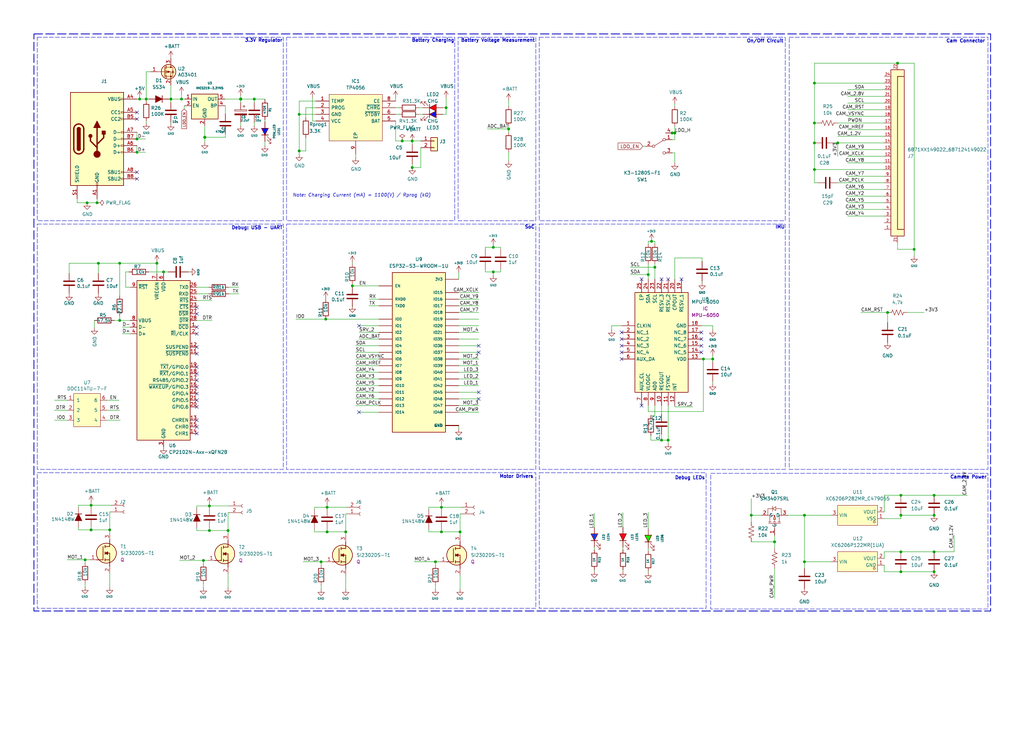
<source format=kicad_sch>
(kicad_sch (version 20231120) (generator "eeschema") (generator_version "8.0")
  (paper "User" 391.211 280.01)
  (title_block (title "Modified ESP Drone") (date "2023-09-10") (rev "1.0") (company "Project SOAR"))
  (junction (at 32.512 213.868))
  (junction (at 132.08 203.2))
  (junction (at 168.656 193.802))
  (junction (at 344.17 210.82))
  (junction (at 62.484 103.886))
  (junction (at 320.04 54.61))
  (junction (at 287.02 196.85))
  (junction (at 33.274 77.47))
  (junction (at 248.92 92.202))
  (junction (at 37.084 77.47))
  (junction (at 188.468 103.886))
  (junction (at 356.87 196.85))
  (junction (at 45.72 122.428))
  (junction (at 356.87 210.82))
  (junction (at 80.01 193.294))
  (junction (at 356.87 189.23))
  (junction (at 78.232 52.451) (diameter 1.016))
  (junction (at 170.434 41.148))
  (junction (at 356.87 218.44))
  (junction (at 166.37 214.63))
  (junction (at 52.324 53.086))
  (junction (at 41.91 202.438))
  (junction (at 250.19 102.108))
  (junction (at 97.155 37.846))
  (junction (at 344.17 218.44))
  (junction (at 339.09 119.38))
  (junction (at 55.88 37.846))
  (junction (at 188.468 94.488))
  (junction (at 311.15 46.99))
  (junction (at 252.73 168.148))
  (junction (at 194.31 49.276))
  (junction (at 272.288 137.16))
  (junction (at 257.81 50.8))
  (junction (at 311.15 54.61))
  (junction (at 307.34 196.85))
  (junction (at 255.27 168.148))
  (junction (at 344.17 196.85))
  (junction (at 124.968 203.2))
  (junction (at 175.768 203.2))
  (junction (at 342.9 24.13))
  (junction (at 153.67 53.848))
  (junction (at 91.948 37.846) (diameter 1.016))
  (junction (at 247.65 104.902))
  (junction (at 124.968 193.802))
  (junction (at 344.17 189.23))
  (junction (at 311.15 31.75))
  (junction (at 114.3 43.688))
  (junction (at 34.798 193.04))
  (junction (at 65.278 37.846))
  (junction (at 124.46 121.92))
  (junction (at 69.342 37.846))
  (junction (at 268.732 137.16))
  (junction (at 349.25 95.25))
  (junction (at 114.3 57.658))
  (junction (at 168.656 203.2))
  (junction (at 307.34 214.63))
  (junction (at 311.15 64.77))
  (junction (at 80.01 202.692))
  (junction (at 134.62 109.22))
  (junction (at 53.34 37.846))
  (junction (at 37.592 100.584))
  (junction (at 295.91 207.01))
  (junction (at 157.48 53.848))
  (junction (at 122.682 214.63))
  (junction (at 45.72 100.584))
  (junction (at 87.122 202.692))
  (junction (at 34.798 202.438))
  (junction (at 256.794 50.8))
  (junction (at 59.944 100.584))
  (junction (at 157.48 64.008))
  (junction (at 52.324 58.166))
  (junction (at 77.724 214.122))
  (no_connect (at 75.184 140.208))
  (no_connect (at 137.16 157.48))
  (no_connect (at 75.184 119.888))
  (no_connect (at 52.324 42.926))
  (no_connect (at 237.49 137.16))
  (no_connect (at 75.184 147.828))
  (no_connect (at 252.73 106.68))
  (no_connect (at 75.184 145.288))
  (no_connect (at 52.324 65.786))
  (no_connect (at 237.49 129.54))
  (no_connect (at 75.184 127.508))
  (no_connect (at 182.88 149.86))
  (no_connect (at 75.184 163.068))
  (no_connect (at 75.184 132.588))
  (no_connect (at 75.184 155.448))
  (no_connect (at 75.184 165.608))
  (no_connect (at 245.11 106.68))
  (no_connect (at 260.35 106.68))
  (no_connect (at 182.88 152.4))
  (no_connect (at 75.184 160.528))
  (no_connect (at 182.88 134.62))
  (no_connect (at 52.324 68.326))
  (no_connect (at 52.324 45.466))
  (no_connect (at 255.27 106.68))
  (no_connect (at 75.184 135.128))
  (no_connect (at 75.184 150.368))
  (no_connect (at 237.49 132.08))
  (no_connect (at 267.97 129.54))
  (no_connect (at 75.184 142.748))
  (no_connect (at 245.11 154.94))
  (no_connect (at 75.184 152.908))
  (no_connect (at 75.184 117.348))
  (no_connect (at 137.16 124.46))
  (no_connect (at 267.97 127))
  (no_connect (at 237.49 134.62))
  (no_connect (at 75.184 124.968))
  (no_connect (at 237.49 127))
  (no_connect (at 182.88 132.08))
  (no_connect (at 267.97 134.62))
  (no_connect (at 267.97 132.08))
  (wire (pts (xy 62.484 170.942) (xy 62.484 170.688)))
  (wire (pts (xy 41.91 195.58) (xy 41.91 202.438)))
  (wire (pts (xy 78.232 52.451) (xy 78.232 54.356)))
  (wire (pts (xy 175.26 114.3) (xy 182.88 114.3)))
  (wire (pts (xy 86.106 43.434) (xy 86.106 40.386)))
  (wire (pts (xy 250.19 106.68) (xy 250.19 102.108)))
  (wire (pts (xy 34.798 193.04) (xy 34.798 193.802)))
  (wire (pts (xy 287.02 196.85) (xy 290.83 196.85)))
  (wire (pts (xy 116.84 57.658) (xy 114.3 57.658)))
  (wire (pts (xy 194.31 38.354) (xy 194.31 40.64)))
  (wire (pts (xy 48.006 109.728) (xy 49.784 109.728)))
  (wire (pts (xy 87.122 224.536) (xy 87.122 219.202)))
  (wire (pts (xy 227.076 196.088) (xy 227.076 201.422)))
  (wire (pts (xy 300.99 196.85) (xy 307.34 196.85)))
  (wire (pts (xy 342.9 92.71) (xy 342.9 95.25)))
  (wire (pts (xy 337.82 57.15) (xy 323.85 57.15)))
  (wire (pts (xy 160.782 64.008) (xy 157.48 64.008)))
  (wire (pts (xy 237.998 209.042) (xy 237.998 210.058)))
  (wire (pts (xy 134.62 100.33) (xy 134.62 100.838)))
  (wire (pts (xy 137.16 124.46) (xy 144.78 124.46)))
  (wire (pts (xy 168.656 203.2) (xy 163.83 203.2)))
  (wire (pts (xy 175.26 132.08) (xy 182.88 132.08)))
  (wire (pts (xy 163.83 193.802) (xy 163.83 194.564)))
  (wire (pts (xy 272.288 137.16) (xy 272.288 138.176)))
  (wire (pts (xy 113.03 121.92) (xy 124.46 121.92)))
  (wire (pts (xy 256.794 50.8) (xy 257.81 50.8)))
  (wire (pts (xy 57.658 27.432) (xy 55.88 27.432)))
  (wire (pts (xy 81.026 122.428) (xy 75.184 122.428)))
  (wire (pts (xy 77.724 214.122) (xy 77.724 215.392)))
  (wire (pts (xy 237.998 195.834) (xy 237.998 201.422)))
  (wire (pts (xy 116.84 52.578) (xy 116.84 57.658)))
  (wire (pts (xy 337.82 82.55) (xy 323.85 82.55)))
  (wire (pts (xy 157.48 53.848) (xy 157.48 55.118)))
  (wire (pts (xy 337.82 77.47) (xy 323.85 77.47)))
  (wire (pts (xy 186.182 49.276) (xy 194.31 49.276)))
  (wire (pts (xy 114.3 38.608) (xy 114.3 43.688)))
  (wire (pts (xy 40.894 160.528) (xy 45.974 160.528)))
  (wire (pts (xy 25.654 152.908) (xy 20.828 152.908)))
  (wire (pts (xy 29.972 193.04) (xy 34.798 193.04)))
  (wire (pts (xy 78.232 48.006) (xy 78.232 52.451)))
  (wire (pts (xy 65.278 37.846) (xy 69.342 37.846)))
  (wire (pts (xy 175.26 124.46) (xy 182.88 124.46)))
  (wire (pts (xy 175.26 157.48) (xy 182.88 157.48)))
  (wire (pts (xy 170.434 41.148) (xy 170.434 43.688)))
  (wire (pts (xy 175.26 149.86) (xy 182.88 149.86)))
  (wire (pts (xy 64.262 103.886) (xy 62.484 103.886)))
  (wire (pts (xy 227.076 209.042) (xy 227.076 210.058)))
  (wire (pts (xy 248.666 158.75) (xy 250.19 158.75)))
  (wire (pts (xy 175.26 104.14) (xy 175.26 106.68)))
  (wire (pts (xy 237.49 124.46) (xy 233.68 124.46)))
  (wire (pts (xy 337.82 74.93) (xy 323.85 74.93)))
  (wire (pts (xy 55.88 37.846) (xy 56.896 37.846)))
  (wire (pts (xy 120.142 193.802) (xy 120.142 194.564)))
  (wire (pts (xy 37.592 100.584) (xy 45.72 100.584)))
  (wire (pts (xy 55.88 46.99) (xy 55.88 46.228)))
  (wire (pts (xy 37.084 77.47) (xy 33.274 77.47)))
  (wire (pts (xy 175.26 134.62) (xy 182.88 134.62)))
  (wire (pts (xy 349.25 24.13) (xy 342.9 24.13)))
  (wire (pts (xy 157.48 53.848) (xy 160.782 53.848)))
  (wire (pts (xy 124.968 193.802) (xy 132.588 193.802)))
  (wire (pts (xy 91.948 46.736) (xy 91.948 48.006)))
  (wire (pts (xy 175.26 154.94) (xy 182.88 154.94)))
  (wire (pts (xy 80.01 193.294) (xy 80.01 194.056)))
  (wire (pts (xy 191.262 103.886) (xy 191.262 102.87)))
  (wire (pts (xy 101.219 38.1) (xy 101.219 37.846)))
  (wire (pts (xy 307.34 217.17) (xy 307.34 214.63)))
  (wire (pts (xy 185.42 94.488) (xy 188.468 94.488)))
  (wire (pts (xy 175.26 127) (xy 182.88 127)))
  (wire (pts (xy 87.122 195.834) (xy 87.63 195.834)))
  (wire (pts (xy 124.46 114.046) (xy 124.46 114.3)))
  (wire (pts (xy 194.31 48.26) (xy 194.31 49.276)))
  (wire (pts (xy 34.29 213.868) (xy 32.512 213.868)))
  (wire (pts (xy 160.02 43.688) (xy 161.544 43.688)))
  (wire (pts (xy 37.592 112.268) (xy 37.592 112.014)))
  (wire (pts (xy 185.42 95.25) (xy 185.42 94.488)))
  (wire (pts (xy 36.068 125.222) (xy 36.068 122.428)))
  (wire (pts (xy 49.276 103.886) (xy 48.006 103.886)))
  (wire (pts (xy 337.82 195.58) (xy 337.82 189.23)))
  (wire (pts (xy 176.276 193.802) (xy 168.656 193.802)))
  (wire (pts (xy 337.82 218.44) (xy 344.17 218.44)))
  (wire (pts (xy 344.17 210.82) (xy 356.87 210.82)))
  (wire (pts (xy 79.502 214.122) (xy 77.724 214.122)))
  (wire (pts (xy 132.08 203.2) (xy 132.08 204.47)))
  (wire (pts (xy 337.82 62.23) (xy 323.85 62.23)))
  (wire (pts (xy 116.84 41.148) (xy 120.65 41.148)))
  (wire (pts (xy 168.656 202.184) (xy 168.656 203.2)))
  (wire (pts (xy 344.17 218.44) (xy 356.87 218.44)))
  (wire (pts (xy 337.82 34.29) (xy 323.85 34.29)))
  (wire (pts (xy 295.91 204.47) (xy 295.91 207.01)))
  (wire (pts (xy 175.26 119.38) (xy 182.88 119.38)))
  (wire (pts (xy 240.792 104.902) (xy 247.65 104.902)))
  (wire (pts (xy 272.288 124.46) (xy 267.97 124.46)))
  (wire (pts (xy 175.26 162.56) (xy 175.26 163.83)))
  (wire (pts (xy 337.82 198.12) (xy 344.17 198.12)))
  (wire (pts (xy 115.824 214.63) (xy 122.682 214.63)))
  (wire (pts (xy 166.37 214.63) (xy 166.37 215.9)))
  (wire (pts (xy 65.278 37.846) (xy 65.278 39.116)))
  (wire (pts (xy 250.19 92.202) (xy 248.92 92.202)))
  (wire (pts (xy 70.358 41.656) (xy 70.358 40.386)))
  (wire (pts (xy 25.654 156.718) (xy 20.828 156.718)))
  (wire (pts (xy 29.972 193.04) (xy 29.972 193.802)))
  (wire (pts (xy 45.72 100.584) (xy 45.72 113.03)))
  (wire (pts (xy 52.324 55.626) (xy 52.324 58.166)))
  (wire (pts (xy 257.81 154.94) (xy 257.81 155.448)))
  (wire (pts (xy 312.42 46.99) (xy 311.15 46.99)))
  (wire (pts (xy 344.17 196.85) (xy 356.87 196.85)))
  (wire (pts (xy 287.02 190.5) (xy 287.02 196.85)))
  (wire (pts (xy 295.91 207.01) (xy 295.91 209.55)))
  (wire (pts (xy 135.89 139.7) (xy 144.78 139.7)))
  (wire (pts (xy 337.82 210.82) (xy 344.17 210.82)))
  (wire (pts (xy 337.82 69.85) (xy 320.04 69.85)))
  (wire (pts (xy 91.948 37.846) (xy 91.948 39.116)))
  (wire (pts (xy 25.654 213.868) (xy 32.512 213.868)))
  (wire (pts (xy 250.19 100.838) (xy 250.19 102.108)))
  (wire (pts (xy 87.63 193.294) (xy 80.01 193.294)))
  (wire (pts (xy 247.65 93.218) (xy 247.65 92.202)))
  (wire (pts (xy 120.65 38.608) (xy 114.3 38.608)))
  (wire (pts (xy 34.798 192.024) (xy 34.798 193.04)))
  (wire (pts (xy 311.15 46.99) (xy 311.15 54.61)))
  (wire (pts (xy 342.9 95.25) (xy 349.25 95.25)))
  (wire (pts (xy 151.13 41.148) (xy 152.4 41.148)))
  (wire (pts (xy 175.26 111.76) (xy 182.88 111.76)))
  (wire (pts (xy 135.89 60.198) (xy 135.89 58.928)))
  (wire (pts (xy 151.13 37.338) (xy 151.13 38.608)))
  (wire (pts (xy 252.73 168.148) (xy 255.27 168.148)))
  (wire (pts (xy 318.77 54.61) (xy 320.04 54.61)))
  (wire (pts (xy 344.17 189.23) (xy 356.87 189.23)))
  (wire (pts (xy 346.71 119.38) (xy 353.06 119.38)))
  (wire (pts (xy 272.288 146.558) (xy 272.288 145.796)))
  (wire (pts (xy 175.26 152.4) (xy 182.88 152.4)))
  (wire (pts (xy 169.164 43.688) (xy 170.434 43.688)))
  (wire (pts (xy 45.72 100.584) (xy 59.944 100.584)))
  (wire (pts (xy 46.736 127.508) (xy 49.784 127.508)))
  (wire (pts (xy 119.38 37.338) (xy 119.38 46.228)))
  (wire (pts (xy 337.82 64.77) (xy 311.15 64.77)))
  (wire (pts (xy 188.468 93.726) (xy 188.468 94.488)))
  (wire (pts (xy 52.324 53.086) (xy 55.626 53.086)))
  (wire (pts (xy 124.968 193.802) (xy 124.968 194.564)))
  (wire (pts (xy 40.894 152.908) (xy 45.466 152.908)))
  (wire (pts (xy 26.416 112.268) (xy 26.416 112.014)))
  (wire (pts (xy 59.944 100.584) (xy 59.944 104.648)))
  (wire (pts (xy 135.89 137.16) (xy 144.78 137.16)))
  (wire (pts (xy 53.34 37.338) (xy 53.34 37.846)))
  (wire (pts (xy 124.968 193.802) (xy 120.142 193.802)))
  (wire (pts (xy 134.62 109.22) (xy 134.62 109.474)))
  (wire (pts (xy 65.278 22.098) (xy 65.278 22.352)))
  (wire (pts (xy 135.89 147.32) (xy 144.78 147.32)))
  (wire (pts (xy 75.184 202.692) (xy 75.184 201.676)))
  (wire (pts (xy 32.512 224.282) (xy 32.512 222.758)))
  (wire (pts (xy 91.186 112.268) (xy 87.376 112.268)))
  (wire (pts (xy 337.82 215.9) (xy 337.82 218.44)))
  (wire (pts (xy 124.46 214.63) (xy 122.682 214.63)))
  (wire (pts (xy 114.3 57.658) (xy 114.3 58.928)))
  (wire (pts (xy 188.468 94.488) (xy 191.262 94.488)))
  (wire (pts (xy 175.26 137.16) (xy 182.88 137.16)))
  (wire (pts (xy 132.08 225.044) (xy 132.08 219.71)))
  (wire (pts (xy 188.468 103.886) (xy 191.262 103.886)))
  (wire (pts (xy 80.01 192.532) (xy 80.01 193.294)))
  (wire (pts (xy 157.48 64.008) (xy 157.48 62.738)))
  (wire (pts (xy 134.62 108.458) (xy 134.62 109.22)))
  (wire (pts (xy 247.65 154.94) (xy 247.65 157.226)))
  (wire (pts (xy 68.58 214.122) (xy 77.724 214.122)))
  (wire (pts (xy 163.83 203.2) (xy 163.83 202.184)))
  (wire (pts (xy 101.219 54.102) (xy 101.219 55.626)))
  (wire (pts (xy 257.81 50.8) (xy 257.81 53.34)))
  (wire (pts (xy 257.81 48.26) (xy 257.81 50.8)))
  (wire (pts (xy 175.26 129.54) (xy 182.88 129.54)))
  (wire (pts (xy 248.666 166.37) (xy 248.666 168.148)))
  (wire (pts (xy 137.16 127) (xy 144.78 127)))
  (wire (pts (xy 79.756 109.728) (xy 75.184 109.728)))
  (wire (pts (xy 140.97 114.3) (xy 144.78 114.3)))
  (wire (pts (xy 134.62 116.84) (xy 134.62 117.094)))
  (wire (pts (xy 41.91 224.282) (xy 41.91 218.948)))
  (wire (pts (xy 337.82 44.45) (xy 323.85 44.45)))
  (wire (pts (xy 250.19 93.218) (xy 250.19 92.202)))
  (wire (pts (xy 52.324 58.166) (xy 55.626 58.166)))
  (wire (pts (xy 168.656 192.786) (xy 168.656 193.802)))
  (wire (pts (xy 41.91 202.438) (xy 34.798 202.438)))
  (wire (pts (xy 34.798 193.04) (xy 42.418 193.04)))
  (wire (pts (xy 91.948 37.846) (xy 97.155 37.846)))
  (wire (pts (xy 194.31 49.276) (xy 194.31 50.546)))
  (wire (pts (xy 194.31 61.468) (xy 194.31 58.166)))
  (wire (pts (xy 311.15 69.85) (xy 311.15 64.77)))
  (wire (pts (xy 185.42 103.886) (xy 188.468 103.886)))
  (wire (pts (xy 256.54 50.8) (xy 256.794 50.8)))
  (wire (pts (xy 70.358 40.386) (xy 70.612 40.386)))
  (wire (pts (xy 86.106 51.054) (xy 86.106 52.451)))
  (wire (pts (xy 337.82 67.31) (xy 323.85 67.31)))
  (wire (pts (xy 132.588 196.342) (xy 132.08 196.342)))
  (wire (pts (xy 337.82 41.91) (xy 323.85 41.91)))
  (wire (pts (xy 80.01 202.692) (xy 75.184 202.692)))
  (wire (pts (xy 175.768 203.2) (xy 168.656 203.2)))
  (wire (pts (xy 135.89 134.62) (xy 144.78 134.62)))
  (wire (pts (xy 311.15 31.75) (xy 311.15 46.99)))
  (wire (pts (xy 240.792 102.108) (xy 250.19 102.108)))
  (wire (pts (xy 37.592 100.584) (xy 37.592 104.394)))
  (wire (pts (xy 80.01 201.676) (xy 80.01 202.692)))
  (wire (pts (xy 175.26 144.78) (xy 182.88 144.78)))
  (wire (pts (xy 257.81 39.624) (xy 257.81 40.64)))
  (wire (pts (xy 29.464 77.47) (xy 33.274 77.47)))
  (wire (pts (xy 349.25 24.13) (xy 349.25 95.25)))
  (wire (pts (xy 247.65 195.834) (xy 247.65 201.93)))
  (wire (pts (xy 337.82 54.61) (xy 320.04 54.61)))
  (wire (pts (xy 268.732 137.16) (xy 272.288 137.16)))
  (wire (pts (xy 55.88 27.432) (xy 55.88 37.846)))
  (wire (pts (xy 26.416 104.394) (xy 26.416 100.584)))
  (wire (pts (xy 97.155 37.846) (xy 101.219 37.846)))
  (wire (pts (xy 175.26 139.7) (xy 182.88 139.7)))
  (wire (pts (xy 256.794 58.42) (xy 257.81 58.42)))
  (wire (pts (xy 46.736 124.968) (xy 49.784 124.968)))
  (wire (pts (xy 344.17 198.12) (xy 344.17 196.85)))
  (wire (pts (xy 120.65 43.688) (xy 114.3 43.688)))
  (wire (pts (xy 29.972 202.438) (xy 29.972 201.422)))
  (wire (pts (xy 168.656 193.802) (xy 163.83 193.802)))
  (wire (pts (xy 124.968 203.2) (xy 120.142 203.2)))
  (wire (pts (xy 65.278 32.512) (xy 65.278 37.846)))
  (wire (pts (xy 356.87 189.23) (xy 369.57 189.23)))
  (wire (pts (xy 328.93 119.38) (xy 339.09 119.38)))
  (wire (pts (xy 248.92 92.202) (xy 248.92 91.948)))
  (wire (pts (xy 268.224 98.552) (xy 268.224 99.822)))
  (wire (pts (xy 137.16 129.54) (xy 144.78 129.54)))
  (wire (pts (xy 43.688 122.428) (xy 45.72 122.428)))
  (wire (pts (xy 41.91 202.438) (xy 41.91 203.708)))
  (wire (pts (xy 337.82 39.37) (xy 323.85 39.37)))
  (wire (pts (xy 337.82 49.53) (xy 323.85 49.53)))
  (wire (pts (xy 45.72 120.65) (xy 45.72 122.428)))
  (wire (pts (xy 32.512 213.868) (xy 32.512 215.138)))
  (wire (pts (xy 59.944 100.076) (xy 59.944 100.584)))
  (wire (pts (xy 56.896 103.886) (xy 62.484 103.886)))
  (wire (pts (xy 364.49 210.82) (xy 356.87 210.82)))
  (wire (pts (xy 48.006 103.886) (xy 48.006 109.728)))
  (wire (pts (xy 52.324 50.546) (xy 52.324 53.086)))
  (wire (pts (xy 77.724 224.536) (xy 77.724 223.012)))
  (wire (pts (xy 86.106 52.451) (xy 78.232 52.451)))
  (wire (pts (xy 175.768 203.2) (xy 175.768 204.47)))
  (wire (pts (xy 151.13 46.228) (xy 151.13 53.848)))
  (wire (pts (xy 116.84 44.958) (xy 116.84 41.148)))
  (wire (pts (xy 257.81 106.68) (xy 257.81 98.552)))
  (wire (pts (xy 287.02 207.01) (xy 295.91 207.01)))
  (wire (pts (xy 34.798 202.438) (xy 29.972 202.438)))
  (wire (pts (xy 42.418 195.58) (xy 41.91 195.58)))
  (wire (pts (xy 101.219 45.72) (xy 101.219 46.482)))
  (wire (pts (xy 175.26 147.32) (xy 182.88 147.32)))
  (wire (pts (xy 175.26 142.24) (xy 182.88 142.24)))
  (wire (pts (xy 69.342 37.846) (xy 70.612 37.846)))
  (wire (pts (xy 45.72 122.428) (xy 49.784 122.428)))
  (wire (pts (xy 320.04 59.69) (xy 320.04 54.61)))
  (wire (pts (xy 237.998 218.186) (xy 237.998 217.678)))
  (wire (pts (xy 307.34 214.63) (xy 307.34 196.85)))
  (wire (pts (xy 97.155 39.116) (xy 97.155 37.846)))
  (wire (pts (xy 86.106 40.386) (xy 85.852 40.386)))
  (wire (pts (xy 79.756 112.268) (xy 75.184 112.268)))
  (wire (pts (xy 185.42 102.87) (xy 185.42 103.886)))
  (wire (pts (xy 158.242 214.63) (xy 166.37 214.63)))
  (wire (pts (xy 233.68 124.46) (xy 233.68 125.984)))
  (wire (pts (xy 337.82 213.36) (xy 337.82 210.82)))
  (wire (pts (xy 255.27 169.418) (xy 255.27 168.148)))
  (wire (pts (xy 175.768 225.044) (xy 175.768 219.71)))
  (wire (pts (xy 268.224 107.95) (xy 268.224 107.442)))
  (wire (pts (xy 349.25 95.25) (xy 349.25 97.79)))
  (wire (pts (xy 337.82 72.39) (xy 323.85 72.39)))
  (wire (pts (xy 267.97 137.16) (xy 268.732 137.16)))
  (wire (pts (xy 140.97 116.84) (xy 144.78 116.84)))
  (wire (pts (xy 52.324 37.846) (xy 53.34 37.846)))
  (wire (pts (xy 168.656 193.802) (xy 168.656 194.564)))
  (wire (pts (xy 272.288 125.984) (xy 272.288 124.46)))
  (wire (pts (xy 87.122 202.692) (xy 80.01 202.692)))
  (wire (pts (xy 114.3 43.688) (xy 114.3 57.658)))
  (wire (pts (xy 307.34 214.63) (xy 317.5 214.63)))
  (wire (pts (xy 120.65 46.228) (xy 119.38 46.228)))
  (wire (pts (xy 320.04 52.07) (xy 337.82 52.07)))
  (wire (pts (xy 247.65 106.68) (xy 247.65 104.902)))
  (wire (pts (xy 29.464 75.946) (xy 29.464 77.47)))
  (wire (pts (xy 311.15 64.77) (xy 311.15 54.61)))
  (wire (pts (xy 34.798 201.422) (xy 34.798 202.438)))
  (wire (pts (xy 97.155 46.736) (xy 97.155 48.006)))
  (wire (pts (xy 247.65 100.838) (xy 247.65 104.902)))
  (wire (pts (xy 124.968 192.786) (xy 124.968 193.802)))
  (wire (pts (xy 337.82 59.69) (xy 323.85 59.69)))
  (wire (pts (xy 91.186 109.728) (xy 87.376 109.728)))
  (wire (pts (xy 75.184 193.294) (xy 75.184 194.056)))
  (wire (pts (xy 252.73 158.242) (xy 252.73 154.94)))
  (wire (pts (xy 72.136 103.886) (xy 71.882 103.886)))
  (wire (pts (xy 175.768 196.342) (xy 176.276 196.342)))
  (wire (pts (xy 256.794 53.34) (xy 257.81 53.34)))
  (wire (pts (xy 337.82 31.75) (xy 311.15 31.75)))
  (wire (pts (xy 175.768 196.342) (xy 175.768 203.2)))
  (wire (pts (xy 37.084 75.946) (xy 37.084 77.47)))
  (wire (pts (xy 257.81 98.552) (xy 268.224 98.552)))
  (wire (pts (xy 170.434 37.338) (xy 170.434 41.148)))
  (wire (pts (xy 250.19 158.75) (xy 250.19 154.94)))
  (wire (pts (xy 80.01 193.294) (xy 75.184 193.294)))
  (wire (pts (xy 135.89 144.78) (xy 144.78 144.78)))
  (wire (pts (xy 87.122 195.834) (xy 87.122 202.692)))
  (wire (pts (xy 247.65 92.202) (xy 248.92 92.202)))
  (wire (pts (xy 166.37 225.044) (xy 166.37 223.52)))
  (wire (pts (xy 169.164 41.148) (xy 170.434 41.148)))
  (wire (pts (xy 342.9 24.13) (xy 311.15 24.13)))
  (wire (pts (xy 124.968 202.184) (xy 124.968 203.2)))
  (wire (pts (xy 317.5 196.85) (xy 307.34 196.85)))
  (wire (pts (xy 188.468 103.886) (xy 188.468 105.156)))
  (wire (pts (xy 311.15 69.85) (xy 312.42 69.85)))
  (wire (pts (xy 87.122 202.692) (xy 87.122 203.962)))
  (wire (pts (xy 337.82 46.99) (xy 320.04 46.99)))
  (wire (pts (xy 120.142 203.2) (xy 120.142 202.184)))
  (wire (pts (xy 85.852 37.846) (xy 91.948 37.846)))
  (wire (pts (xy 26.416 100.584) (xy 37.592 100.584)))
  (wire (pts (xy 153.67 53.848) (xy 157.48 53.848)))
  (wire (pts (xy 65.278 46.736) (xy 65.278 47.244)))
  (wire (pts (xy 151.13 53.848) (xy 153.67 53.848)))
  (wire (pts (xy 132.08 203.2) (xy 124.968 203.2)))
  (wire (pts (xy 69.342 35.814) (xy 69.342 37.846)))
  (wire (pts (xy 337.82 189.23) (xy 344.17 189.23)))
  (wire (pts (xy 135.89 132.08) (xy 144.78 132.08)))
  (wire (pts (xy 268.732 157.226) (xy 268.732 137.16)))
  (wire (pts (xy 135.89 149.86) (xy 144.78 149.86)))
  (wire (pts (xy 246.634 55.88) (xy 245.618 55.88)))
  (wire (pts (xy 257.81 155.448) (xy 264.668 155.448)))
  (wire (pts (xy 191.262 94.488) (xy 191.262 95.25)))
  (wire (pts (xy 64.516 37.846) (xy 65.278 37.846)))
  (wire (pts (xy 323.85 36.83) (xy 337.82 36.83)))
  (wire (pts (xy 175.26 116.84) (xy 182.88 116.84)))
  (wire (pts (xy 252.73 165.862) (xy 252.73 168.148)))
  (wire (pts (xy 255.27 154.94) (xy 255.27 168.148)))
  (wire (pts (xy 151.13 43.688) (xy 152.4 43.688)))
  (wire (pts (xy 247.65 218.694) (xy 247.65 218.186)))
  (wire (pts (xy 248.666 168.148) (xy 252.73 168.148)))
  (wire (pts (xy 339.09 119.38) (xy 339.09 123.19)))
  (wire (pts (xy 295.91 217.17) (xy 295.91 228.6)))
  (wire (pts (xy 40.894 156.718) (xy 45.72 156.718)))
  (wire (pts (xy 132.08 196.342) (xy 132.08 203.2)))
  (wire (pts (xy 337.82 80.01) (xy 323.85 80.01)))
  (wire (pts (xy 81.026 114.808) (xy 75.184 114.808)))
  (wire (pts (xy 311.15 24.13) (xy 311.15 31.75)))
  (wire (pts (xy 55.88 37.846) (xy 55.88 38.608)))
  (wire (pts (xy 53.34 37.846) (xy 55.88 37.846)))
  (wire (pts (xy 135.89 142.24) (xy 144.78 142.24)))
  (wire (pts (xy 227.076 218.186) (xy 227.076 217.678)))
  (wire (pts (xy 135.89 152.4) (xy 144.78 152.4)))
  (wire (pts (xy 25.654 160.528) (xy 20.828 160.528)))
  (wire (pts (xy 91.948 36.576) (xy 91.948 37.846)))
  (wire (pts (xy 137.16 157.48) (xy 144.78 157.48)))
  (wire (pts (xy 134.62 109.22) (xy 144.78 109.22)))
  (wire (pts (xy 122.682 225.044) (xy 122.682 223.52)))
  (wire (pts (xy 160.02 41.148) (xy 161.544 41.148)))
  (wire (pts (xy 272.288 135.89) (xy 272.288 137.16)))
  (wire (pts (xy 364.49 204.47) (xy 364.49 210.82)))
  (wire (pts (xy 168.148 214.63) (xy 166.37 214.63)))
  (wire (pts (xy 135.89 154.94) (xy 144.78 154.94)))
  (wire (pts (xy 175.26 121.92) (xy 182.88 121.92)))
  (wire (pts (xy 122.682 214.63) (xy 122.682 215.9)))
  (wire (pts (xy 247.65 157.226) (xy 268.732 157.226)))
  (wire (pts (xy 124.46 121.92) (xy 144.78 121.92)))
  (wire (pts (xy 62.484 104.648) (xy 62.484 103.886)))
  (wire (pts (xy 257.81 58.42) (xy 257.81 62.23)))
  (wire (pts (xy 247.65 209.55) (xy 247.65 210.566)))
  (wire (pts (xy 287.02 199.39) (xy 287.02 196.85)))
  (wire (pts (xy 160.782 56.388) (xy 160.782 64.008)))
  (rectangle (start 205.994 14.224) (end 299.974 84.328) (stroke (width 0) (type dash)))
  (rectangle (start 301.498 14.224) (end 377.444 179.324) (stroke (width 0) (type dash)))
  (rectangle (start 205.994 85.598) (end 299.974 179.324) (stroke (width 0) (type dash)))
  (rectangle (start 175.006 14.224) (end 204.724 84.328) (stroke (width 0) (type dash)))
  (rectangle (start 14.224 85.598) (end 108.204 179.324) (stroke (width 0) (type dash)))
  (rectangle (start 14.224 14.224) (end 108.204 84.328) (stroke (width 0) (type dash)))
  (rectangle (start 205.994 180.594) (end 269.748 232.41) (stroke (width 0) (type dash)))
  (rectangle (start 109.474 85.598) (end 204.724 179.324) (stroke (width 0) (type dash)))
  (rectangle (start 14.224 180.594) (end 204.724 232.41) (stroke (width 0) (type dash)))
  (rectangle (start 271.526 180.848) (end 377.444 232.664) (stroke (width 0) (type dash)))
  (rectangle (start 12.954 12.954) (end 378.46 233.426) (stroke (width 0.3) (type dash)))
  (rectangle (start 109.474 14.224) (end 173.736 84.328) (stroke (width 0) (type dash)))
  (text "SoC" (at 200.406 87.63 0) (effects (font (size 1.27 1.27) (thickness 0.254) (bold yes)) (justify left bottom)))
  (text "Battery Voltage Measurement" (at 176.022 16.256 0) (effects (font (size 1.27 1.27) (thickness 0.254) (bold yes)) (justify left bottom)))
  (text "IMU" (at 296.164 87.63 0) (effects (font (size 1.27 1.27) (thickness 0.254) (bold yes)) (justify left bottom)))
  (text "Motor Drivers" (at 190.754 182.88 0) (effects (font (size 1.27 1.27) (thickness 0.254) (bold yes)) (justify left bottom)))
  (text "Camera Power\n" (at 362.966 183.134 0) (effects (font (size 1.27 1.27) (thickness 0.254) (bold yes)) (justify left bottom)))
  (text "Battery Charging" (at 157.226 16.256 0) (effects (font (size 1.27 1.27) (thickness 0.254) (bold yes)) (justify left bottom)))
  (text "Debug LEDs" (at 257.81 183.388 0) (effects (font (size 1.27 1.27) (thickness 0.254) (bold yes)) (justify left bottom)))
  (text "Debug: USB - UART" (at 88.392 87.884 0) (effects (font (size 1.27 1.27) (thickness 0.254) (bold yes)) (justify left bottom)))
  (text "Cam Connector" (at 361.442 16.51 0) (effects (font (size 1.27 1.27) (thickness 0.254) (bold yes)) (justify left bottom)))
  (text "3.3V Regulator" (at 93.472 16.256 0) (effects (font (size 1.27 1.27) (thickness 0.254) (bold yes)) (justify left bottom)))
  (text "Note: Charging Current (mA) = 1100(V) / Rprog (kΩ)" (at 111.76 75.438 0) (effects (font (size 1.27 1.27) (italic yes)) (justify left bottom)))
  (text "On/Off Circuit" (at 285.242 16.51 0) (effects (font (size 1.27 1.27) (thickness 0.254) (bold yes)) (justify left bottom)))
  (label "LED_1" (at 182.88 147.32 180))
  (label "SRV_2" (at 264.668 155.448 180))
  (label "ADC_BAT" (at 186.182 49.276 0))
  (label "PWDN" (at 323.85 46.99 0))
  (label "LED_2" (at 237.998 195.834 270))
  (label "CAM_Y9" (at 182.88 114.3 180))
  (label "CAM_Y6" (at 330.2 72.39 180))
  (label "EN" (at 41.91 152.908 0))
  (label "DTR" (at 21.336 156.718 0))
  (label "CAM_PWR" (at 295.91 228.6 90))
  (label "MOT_4" (at 158.242 214.63 0))
  (label "SCL" (at 330.2 39.37 180))
  (label "CAM_Y2" (at 135.89 149.86 0))
  (label "RX" (at 140.97 114.3 0))
  (label "MOT_3" (at 115.824 214.63 0))
  (label "RTS" (at 81.026 114.808 180))
  (label "MOT_1" (at 182.88 139.7 180))
  (label "CAM_Y3" (at 330.2 80.01 180))
  (label "D-" (at 46.736 124.968 0))
  (label "CAM_VSYNC" (at 330.2 44.45 180))
  (label "CAM_Y5" (at 135.89 147.32 0))
  (label "RTS" (at 21.844 152.908 0))
  (label "LED_2" (at 182.88 144.78 180))
  (label "ADC_BAT" (at 137.16 129.54 0))
  (label "CAM_XCLK" (at 182.88 111.76 180))
  (label "TX" (at 140.97 116.84 0))
  (label "SCL" (at 240.792 102.108 0))
  (label "CAM_RST" (at 330.2 41.91 180))
  (label "CAM_Y4" (at 330.2 82.55 180))
  (label "SDA" (at 240.792 104.902 0))
  (label "CAM_Y4" (at 135.89 142.24 0))
  (label "CAM_PWR" (at 182.88 157.48 180))
  (label "D-" (at 55.626 53.086 180))
  (label "CAM_VSYNC" (at 135.89 137.16 0))
  (label "SDA" (at 135.89 132.08 0))
  (label "CAM_PCLK" (at 135.89 154.94 0))
  (label "MOT_1" (at 25.654 213.868 0))
  (label "CAM_Y9" (at 330.2 57.15 180))
  (label "CAM_Y5" (at 330.2 77.47 180))
  (label "MOT_2" (at 68.58 214.122 0))
  (label "CAM_1.2V" (at 364.49 209.55 90))
  (label "CAM_2.8V" (at 369.57 189.23 90))
  (label "D+" (at 46.736 127.508 0))
  (label "CAM_Y7" (at 182.88 119.38 180))
  (label "CAM_HREF" (at 330.2 49.53 180))
  (label "SDA" (at 330.2 34.29 180))
  (label "LED_3" (at 247.65 195.834 270))
  (label "SCL" (at 135.89 134.62 0))
  (label "CAM_Y7" (at 330.2 67.31 180))
  (label "LED_3" (at 182.88 142.24 180))
  (label "CAM_PCLK" (at 330.2 69.85 180))
  (label "CAM_Y8" (at 182.88 116.84 180))
  (label "CAM_Y6" (at 135.89 152.4 0))
  (label "MOT_3" (at 182.88 154.94 180))
  (label "CAM_Y3" (at 135.89 144.78 0))
  (label "IO0" (at 21.59 160.528 0))
  (label "CAM_HREF" (at 135.89 139.7 0))
  (label "CAM_RST" (at 328.93 119.38 0))
  (label "+3V3" (at 320.04 59.69 90))
  (label "CAM_1.2V" (at 328.93 52.07 180))
  (label "MOT_2" (at 182.88 137.16 180))
  (label "CAM_XCLK" (at 330.2 59.69 180))
  (label "CAM_Y8" (at 330.2 62.23 180))
  (label "DTR" (at 41.91 160.528 0))
  (label "D+" (at 55.626 58.166 180))
  (label "DTR" (at 81.026 122.428 180))
  (label "+3V3" (at 353.06 119.38 0))
  (label "MOT_4" (at 182.88 127 180))
  (label "RTS" (at 41.91 156.718 0))
  (label "+3V3" (at 287.02 190.5 0))
  (label "CAM_Y2" (at 330.2 74.93 180))
  (label "LDO_H" (at 257.81 50.8 0))
  (label "SRV_2" (at 137.16 127 0))
  (label "CAM_2.8V" (at 330.2 36.83 180))
  (label "LED_1" (at 227.076 196.088 270))
  (label "TX" (at 91.186 112.268 180))
  (label "EN" (at 137.16 109.22 0))
  (label "RX" (at 91.186 109.728 180))
  (label "IO0" (at 113.03 121.92 0))
  (global_label "LDO_EN" (shape input) (at 70.358 41.656 270) (effects (font (size 1 1))) (property "Intersheetrefs" "${INTERSHEET_REFS}" (effects (hide yes))))
  (global_label "LDO_EN" (shape input) (at 245.618 55.88 180) (property "Intersheetrefs" "${INTERSHEET_REFS}" (effects (hide yes))))
  (symbol (lib_id "Device:R") (at 83.566 109.728 90) (unit 1)
    (property "Reference" "R8" (at 83.82 109.728 90) (effects (justify left)))
    (property "Value" "1k" (at 85.852 109.728 90) (effects (justify left)))
    (property "Footprint" "Resistor_SMD:R_0603_1608Metric" (effects (hide yes)))
  )
  (symbol (lib_id "power:+BATT") (at 80.01 192.532 0) (unit 1)
    (property "Reference" "#PWR0101" (effects (hide yes)))
    (property "Value" "+BATT" (at 80.391 188.1378 0))
  )
  (symbol (lib_id "Device:C") (at 191.262 99.06 0) (unit 1)
    (property "Reference" "C10" (at 194.183 97.8916 0) (effects (justify left)))
    (property "Value" "1uf" (at 194.183 100.203 0) (effects (justify left)))
    (property "Footprint" "Capacitor_SMD:C_0603_1608Metric" (effects (hide yes)))
  )
  (symbol (lib_id "Device:R") (at 248.666 162.56 180) (unit 1)
    (property "Reference" "R13" (at 246.634 161.798 90) (effects (justify left)))
    (property "Value" "4.7k" (at 248.666 160.274 90) (effects (justify left)))
    (property "Footprint" "Resistor_SMD:R_0603_1608Metric" (effects (hide yes)))
  )
  (symbol (lib_id "power:GND") (at 272.288 125.984 0) (unit 1)
    (property "Reference" "#PWR033" (effects (hide yes)))
    (property "Value" "GND" (at 272.288 129.794 0) (effects (font (size 0.8 0.8))))
  )
  (symbol (lib_id "power:+BATT") (at 124.968 192.786 0) (unit 1)
    (property "Reference" "#PWR0102" (effects (hide yes)))
    (property "Value" "+BATT" (at 125.349 188.3918 0))
  )
  (symbol (lib_id "power:GND") (at 349.25 97.79 0) (unit 1)
    (property "Reference" "#PWR060" (effects (hide yes)))
    (property "Value" "GND" (at 349.25 101.6 0) (effects (font (size 0.8 0.8))))
  )
  (symbol (lib_id "power:GND") (at 247.65 218.694 0) (unit 1)
    (property "Reference" "#PWR047" (effects (hide yes)))
    (property "Value" "GND" (at 247.523 222.3262 0) (effects (font (size 0.8 0.8))))
  )
  (symbol (lib_id "power:VBUS") (at 69.342 35.814 0) (unit 1)
    (property "Reference" "#PWR06" (effects (hide yes)))
    (property "Value" "VBUS" (at 69.723 31.4198 0))
  )
  (symbol (lib_id "Device:R_US") (at 295.91 213.36 0) (unit 1)
    (property "Reference" "R23" (at 298.45 212.0899 0) (effects (justify left)))
    (property "Value" "1k" (at 298.45 214.6299 0) (effects (justify left)))
    (property "Footprint" "Resistor_SMD:R_0603_1608Metric" (effects (hide yes)))
    (property "Description" "Resistor, US symbol" (effects (hide yes)))
  )
  (symbol (lib_id "power:GND") (at 41.91 224.282 0) (unit 1)
    (property "Reference" "#PWR049" (effects (hide yes)))
    (property "Value" "GND" (at 41.783 227.9142 0) (effects (font (size 0.8 0.8))))
  )
  (symbol (lib_name "SI2302DS-T1_3") (lib_id "SI2302DS-T1:SI2302DS-T1") (at 124.46 214.63 0) (unit 1)
    (property "Reference" "T3" (at 136.144 209.5499 0) (effects (justify left)))
    (property "Value" "SI2302DS-T1" (at 136.144 212.0899 0) (effects (justify left)))
    (property "Footprint" "easyeda2kicad:SOT-23-3_L2.9-W1.3-P1.90-LS2.4-BR" (effects (hide yes)))
    (property "Reference_1" "Q" (at 136.144 214.6299 0) (effects (justify left)))
    (property "Value_1" "SI2302DS-T1" (effects (hide yes)))
    (property "Footprint_1" "SOT95P237X112-3N" (effects (hide yes)))
    (property "Datasheet_1" "https://4donline.ihs.com/images/VipMasterIC/IC/SILX/SILXS08192/SILXS08192-1.pdf?hkey=EF798316E3902B6ED9A73243A3159BB0" (effects (hide yes)))
    (property "Height" "1.12" (effects (hide yes)))
    (property "Mouser Part Number" "781-SI2302DS" (effects (hide yes)))
    (property "Mouser Price/Stock" "https://www.mouser.co.uk/ProductDetail/Vishay-Siliconix/SI2302DS-T1?qs=Vtbibb3IBkf5ybaLingfiw%3D%3D" (effects (hide yes)))
    (property "Manufacturer_Name" "Vishay" (effects (hide yes)))
    (property "Manufacturer_Part_Number" "SI2302DS-T1" (effects (hide yes)))
  )
  (symbol (lib_id "Device:R_US") (at 316.23 46.99 270) (unit 1)
    (property "Reference" "R25" (at 316.23 40.64 90))
    (property "Value" "10k" (at 316.23 43.18 90))
    (property "Footprint" "Resistor_SMD:R_0603_1608Metric" (effects (hide yes)))
    (property "Description" "Resistor, US symbol" (effects (hide yes)))
  )
  (symbol (lib_id "power:GND") (at 307.34 224.79 0) (unit 1)
    (property "Reference" "#PWR056" (effects (hide yes)))
    (property "Value" "GND" (at 307.34 229.87 0))
    (property "Description" "Power symbol creates a global label with name \"GND\" , ground" (effects (hide yes)))
  )
  (symbol (lib_id "ESP32-S3-WROOM-1U:ESP32-S3-WROOM-1U") (at 160.02 134.62 0) (unit 1)
    (property "Reference" "U9" (at 160.02 99.06 0))
    (property "Value" "ESP32-S3-WROOM-1U" (at 160.02 101.6 0))
    (property "Footprint" "ESP32-S3-WROOM-1U:XCVR_ESP32-S3-WROOM-1U" (effects (hide yes)))
    (property "MF" "Espressif Systems" (effects (hide yes)))
    (property "MAXIMUM_PACKAGE_HEIGHT" "3.35mm" (effects (hide yes)))
    (property "Package" "Package" (effects (hide yes)))
    (property "Price" "None" (effects (hide yes)))
    (property "Check_prices" "https://www.snapeda.com/parts/ESP32-S3-WROOM-1U/Espressif+Systems/view-part/?ref=eda" (effects (hide yes)))
    (property "STANDARD" "Manufacturer Recommendations" (effects (hide yes)))
    (property "PARTREV" "v0.6" (effects (hide yes)))
    (property "SnapEDA_Link" "https://www.snapeda.com/parts/ESP32-S3-WROOM-1U/Espressif+Systems/view-part/?ref=snap" (effects (hide yes)))
    (property "MP" "ESP32-S3-WROOM-1U" (effects (hide yes)))
    (property "Description_1" "\n                        \n                            2.4 GHz Wi-Fi (802.11 b/g/n) and Bluetooth 5 (LE) module\n                        \n" (effects (hide yes)))
    (property "Availability" "Not in stock" (effects (hide yes)))
    (property "MANUFACTURER" "Espressif" (effects (hide yes)))
  )
  (symbol (lib_name "SI2302DS-T1_1") (lib_id "SI2302DS-T1:SI2302DS-T1") (at 34.29 213.868 0) (unit 1)
    (property "Reference" "T1" (at 45.974 208.7879 0) (effects (justify left)))
    (property "Value" "SI2302DS-T1" (at 45.974 211.3279 0) (effects (justify left)))
    (property "Footprint" "easyeda2kicad:SOT-23-3_L2.9-W1.3-P1.90-LS2.4-BR" (effects (hide yes)))
    (property "Reference_1" "Q" (at 45.974 213.8679 0) (effects (justify left)))
    (property "Value_1" "SI2302DS-T1" (effects (hide yes)))
    (property "Footprint_1" "SOT95P237X112-3N" (effects (hide yes)))
    (property "Datasheet_1" "https://4donline.ihs.com/images/VipMasterIC/IC/SILX/SILXS08192/SILXS08192-1.pdf?hkey=EF798316E3902B6ED9A73243A3159BB0" (effects (hide yes)))
    (property "Height" "1.12" (effects (hide yes)))
    (property "Mouser Part Number" "781-SI2302DS" (effects (hide yes)))
    (property "Mouser Price/Stock" "https://www.mouser.co.uk/ProductDetail/Vishay-Siliconix/SI2302DS-T1?qs=Vtbibb3IBkf5ybaLingfiw%3D%3D" (effects (hide yes)))
    (property "Manufacturer_Name" "Vishay" (effects (hide yes)))
    (property "Manufacturer_Part_Number" "SI2302DS-T1" (effects (hide yes)))
  )
  (symbol (lib_id "Device:R") (at 101.219 41.91 180) (unit 1)
    (property "Reference" "R1" (at 103.1748 41.91 90) (effects (font (size 0.8 0.8))))
    (property "Value" "470R" (at 101.1174 41.91 90) (effects (font (size 0.8 0.8))))
    (property "Footprint" "Resistor_SMD:R_0603_1608Metric" (effects (hide yes)))
  )
  (symbol (lib_id "Device:R_US") (at 342.9 119.38 90) (unit 1)
    (property "Reference" "R24" (at 342.9 113.03 90))
    (property "Value" "4.7k" (at 342.9 115.57 90))
    (property "Footprint" "Resistor_SMD:R_0603_1608Metric" (effects (hide yes)))
    (property "Description" "Resistor, US symbol" (effects (hide yes)))
  )
  (symbol (lib_id "power:GND") (at 135.89 60.198 0) (unit 1)
    (property "Reference" "#PWR020" (effects (hide yes)))
    (property "Value" "GND" (at 136.017 64.5922 0))
  )
  (symbol (lib_id "power:GND") (at 257.81 62.23 0) (unit 1)
    (property "Reference" "#PWR017" (effects (hide yes)))
    (property "Value" "GND" (at 257.937 66.6242 0))
  )
  (symbol (lib_id "Device:C") (at 37.592 108.204 0) (unit 1)
    (property "Reference" "C7" (at 40.513 107.0356 0) (effects (justify left)))
    (property "Value" "10uf" (at 40.513 109.347 0) (effects (justify left)))
    (property "Footprint" "Capacitor_SMD:C_0603_1608Metric" (effects (hide yes)))
  )
  (symbol (lib_id "Device:R") (at 194.31 44.45 0) (unit 1)
    (property "Reference" "R27" (at 196.088 43.2816 0) (effects (justify left)))
    (property "Value" "100K" (at 196.088 45.593 0) (effects (justify left)))
    (property "Footprint" "Resistor_SMD:R_0603_1608Metric" (effects (hide yes)))
  )
  (symbol (lib_id "power:+BATT") (at 34.798 192.024 0) (unit 1)
    (property "Reference" "#PWR0104" (effects (hide yes)))
    (property "Value" "+BATT" (at 35.179 187.6298 0))
  )
  (symbol (lib_name "SI2302DS-T1_2") (lib_id "SI2302DS-T1:SI2302DS-T1") (at 79.502 214.122 0) (unit 1)
    (property "Reference" "T2" (at 91.186 209.0419 0) (effects (justify left)))
    (property "Value" "SI2302DS-T1" (at 91.186 211.5819 0) (effects (justify left)))
    (property "Footprint" "easyeda2kicad:SOT-23-3_L2.9-W1.3-P1.90-LS2.4-BR" (effects (hide yes)))
    (property "Reference_1" "Q" (at 91.186 214.1219 0) (effects (justify left)))
    (property "Value_1" "SI2302DS-T1" (effects (hide yes)))
    (property "Footprint_1" "SOT95P237X112-3N" (effects (hide yes)))
    (property "Datasheet_1" "https://4donline.ihs.com/images/VipMasterIC/IC/SILX/SILXS08192/SILXS08192-1.pdf?hkey=EF798316E3902B6ED9A73243A3159BB0" (effects (hide yes)))
    (property "Height" "1.12" (effects (hide yes)))
    (property "Mouser Part Number" "781-SI2302DS" (effects (hide yes)))
    (property "Mouser Price/Stock" "https://www.mouser.co.uk/ProductDetail/Vishay-Siliconix/SI2302DS-T1?qs=Vtbibb3IBkf5ybaLingfiw%3D%3D" (effects (hide yes)))
    (property "Manufacturer_Name" "Vishay" (effects (hide yes)))
    (property "Manufacturer_Part_Number" "SI2302DS-T1" (effects (hide yes)))
  )
  (symbol (lib_id "Device:R") (at 83.566 112.268 90) (unit 1)
    (property "Reference" "R9" (at 83.82 112.268 90) (effects (justify left)))
    (property "Value" "1k" (at 85.852 112.268 90) (effects (justify left)))
    (property "Footprint" "Resistor_SMD:R_0603_1608Metric" (effects (hide yes)))
  )
  (symbol (lib_id "Device:C") (at 268.224 103.632 0) (unit 1)
    (property "Reference" "C13" (at 271.145 102.4636 0) (effects (justify left)))
    (property "Value" "0.1uf" (at 271.145 104.775 0) (effects (justify left)))
    (property "Footprint" "Capacitor_SMD:C_0603_1608Metric" (effects (hide yes)))
  )
  (symbol (lib_id "Device:C") (at 307.34 220.98 0) (unit 1)
    (property "Reference" "C23" (at 311.15 219.7099 0) (effects (justify left)))
    (property "Value" "10uF" (at 311.15 222.2499 0) (effects (justify left)))
    (property "Footprint" "Capacitor_SMD:C_0603_1608Metric" (effects (hide yes)))
    (property "Description" "Unpolarized capacitor" (effects (hide yes)))
  )
  (symbol (lib_id "TP4056-42-ESOP8:TP4056-42-ESOP8") (at 120.65 38.608 0) (unit 1)
    (property "Reference" "IC1" (at 135.89 30.988 0))
    (property "Value" "TP4056" (at 135.89 33.528 0))
    (property "Footprint" "TP4056:SO08-PAD-300" (effects (hide yes)))
    (property "Datasheet" "https://datasheet.lcsc.com/szlcsc/1906261508_Nanjing-Extension-Microelectronics-TP4056-42-ESOP8_C16581.pdf" (effects (hide yes)))
    (property "Description" "PMIC - Battery Management ESOP-8 RoHS" (effects (hide yes)))
    (property "Height" "1.75" (effects (hide yes)))
    (property "Manufacturer_Name" "Nanjing Extension Microelectronics" (effects (hide yes)))
    (property "Manufacturer_Part_Number" "TP4056-42-ESOP8" (effects (hide yes)))
  )
  (symbol (lib_id "power:GND") (at 87.122 224.536 0) (unit 1)
    (property "Reference" "#PWR051" (effects (hide yes)))
    (property "Value" "GND" (at 86.995 228.1682 0) (effects (font (size 0.8 0.8))))
  )
  (symbol (lib_id "power:GND") (at 356.87 218.44 0) (unit 1)
    (property "Reference" "#PWR058" (effects (hide yes)))
    (property "Value" "GND" (at 356.87 223.52 0))
    (property "Description" "Power symbol creates a global label with name \"GND\" , ground" (effects (hide yes)))
  )
  (symbol (lib_id "6871XX149022_687124149022:6871XX149022_687124149022") (at 342.9 59.69 270) (unit 1)
    (property "Reference" "J7" (at 346.71 59.6901 90) (effects (justify left)))
    (property "Value" "6871XX149022_687124149022" (at 346.71 57.1501 90) (effects (justify left)))
    (property "Footprint" "6871XX149022_687124149022:687124149022" (effects (hide yes)))
    (property "MF" "Würth Elektronik" (effects (hide yes)))
    (property "CONTACT-RESISTANCE" "50mOhm" (effects (hide yes)))
    (property "Description_1" "\n                        \n                            24 Position FFC, FPC Connector Contacts, Bottom 0.020 (0.50mm) Surface Mount, Right Angle\n                        \n" (effects (hide yes)))
    (property "Package" "None" (effects (hide yes)))
    (property "Price" "None" (effects (hide yes)))
    (property "IR" "0.5A" (effects (hide yes)))
    (property "L" "16.1mm" (effects (hide yes)))
    (property "VALUE" "687124149022" (effects (hide yes)))
    (property "PACKAGING" "Tape and Reel" (effects (hide yes)))
    (property "PART-NUMBER" "687124149022" (effects (hide yes)))
    (property "SnapEDA_Link" "https://www.snapeda.com/parts/687124149022/Wurth+Elektronik/view-part/?ref=snap" (effects (hide yes)))
    (property "DATASHEET-URL" "https://www.we-online.com/catalog/datasheet/687124149022.pdf" (effects (hide yes)))
    (property "MP" "687124149022" (effects (hide yes)))
    (property "WORKING-VOLTAGE" "50V(AC)" (effects (hide yes)))
    (property "PINS" "24" (effects (hide yes)))
    (property "PITCH" "0.5mm" (effects (hide yes)))
    (property "TYPE" "Horizontal" (effects (hide yes)))
    (property "Availability" "In Stock" (effects (hide yes)))
    (property "Check_prices" "https://www.snapeda.com/parts/687124149022/Wurth+Elektronik/view-part/?ref=eda" (effects (hide yes)))
  )
  (symbol (lib_id "Device:C") (at 97.155 42.926 0) (unit 1)
    (property "Reference" "C4" (at 97.409 44.704 0) (effects (font (size 0.8 0.8)) (justify left)))
    (property "Value" "10u" (at 97.409 45.974 0) (effects (font (size 0.8 0.8)) (justify left)))
    (property "Footprint" "Capacitor_SMD:C_0603_1608Metric" (effects (hide yes)))
  )
  (symbol (lib_id "Device:C") (at 134.62 113.284 0) (mirror y) (unit 1)
    (property "Reference" "C11" (at 131.699 112.1156 0) (effects (justify left)))
    (property "Value" "0.1uf" (at 131.699 114.427 0) (effects (justify left)))
    (property "Footprint" "Capacitor_SMD:C_0603_1608Metric" (effects (hide yes)))
  )
  (symbol (lib_id "Device:R") (at 122.682 219.71 180) (unit 1)
    (property "Reference" "R20" (at 120.65 218.948 90) (effects (justify left)))
    (property "Value" "10k" (at 122.682 217.424 90) (effects (justify left)))
    (property "Footprint" "Resistor_SMD:R_0603_1608Metric" (effects (hide yes)))
  )
  (symbol (lib_id "SI2302DS-T1:SI2302DS-T1") (at 168.148 214.63 0) (unit 1)
    (property "Reference" "T4" (at 179.832 209.5499 0) (effects (justify left)))
    (property "Value" "SI2302DS-T1" (at 179.832 212.0899 0) (effects (justify left)))
    (property "Footprint" "easyeda2kicad:SOT-23-3_L2.9-W1.3-P1.90-LS2.4-BR" (effects (hide yes)))
    (property "Reference_1" "Q" (at 179.832 214.6299 0) (effects (justify left)))
    (property "Value_1" "SI2302DS-T1" (effects (hide yes)))
    (property "Footprint_1" "SOT95P237X112-3N" (effects (hide yes)))
    (property "Datasheet_1" "https://4donline.ihs.com/images/VipMasterIC/IC/SILX/SILXS08192/SILXS08192-1.pdf?hkey=EF798316E3902B6ED9A73243A3159BB0" (effects (hide yes)))
    (property "Height" "1.12" (effects (hide yes)))
    (property "Mouser Part Number" "781-SI2302DS" (effects (hide yes)))
    (property "Mouser Price/Stock" "https://www.mouser.co.uk/ProductDetail/Vishay-Siliconix/SI2302DS-T1?qs=Vtbibb3IBkf5ybaLingfiw%3D%3D" (effects (hide yes)))
    (property "Manufacturer_Name" "Vishay" (effects (hide yes)))
    (property "Manufacturer_Part_Number" "SI2302DS-T1" (effects (hide yes)))
  )
  (symbol (lib_id "downloader-rescue:USB_C_Receptacle_USB2.0-Connector") (at 37.084 53.086 0) (unit 1)
    (property "Reference" "J1" (at 39.8018 31.0642 0))
    (property "Value" "USB_C_Receptacle_USB2.0" (effects (hide yes)))
    (property "Footprint" "Connector_USB:USB_C_Receptacle_HRO_TYPE-C-31-M-12" (effects (hide yes)))
    (property "Datasheet" "https://www.usb.org/sites/default/files/documents/usb_type-c.zip" (effects (hide yes)))
  )
  (symbol (lib_id "Device:C") (at 185.42 99.06 0) (mirror y) (unit 1)
    (property "Reference" "C9" (at 182.499 97.8916 0) (effects (justify left)))
    (property "Value" "10uf" (at 182.499 100.203 0) (effects (justify left)))
    (property "Footprint" "Capacitor_SMD:C_0603_1608Metric" (effects (hide yes)))
  )
  (symbol (lib_id "Device:C") (at 314.96 54.61 270) (unit 1)
    (property "Reference" "C28" (at 314.96 62.23 90))
    (property "Value" "0.1uF" (at 314.96 59.69 90))
    (property "Footprint" "Capacitor_SMD:C_0603_1608Metric" (effects (hide yes)))
    (property "Description" "Unpolarized capacitor" (effects (hide yes)))
  )
  (symbol (lib_id "Device:R") (at 32.512 218.948 180) (unit 1)
    (property "Reference" "R18" (at 30.48 218.186 90) (effects (justify left)))
    (property "Value" "10k" (at 32.512 216.662 90) (effects (justify left)))
    (property "Footprint" "Resistor_SMD:R_0603_1608Metric" (effects (hide yes)))
  )
  (symbol (lib_id "easyeda2kicad:XC6206P282MR_C479055") (at 327.66 196.85 180) (unit 1)
    (property "Reference" "U11" (at 327.66 187.96 0))
    (property "Value" "XC6206P282MR_C479055" (at 327.66 190.5 0))
    (property "Footprint" "easyeda2kicad:SOT-23-3_L2.9-W1.6-P1.90-LS2.8-BR" (effects (hide yes)))
    (property "Datasheet" "https://lcsc.com/product-detail/DC-DC-Converters_PUOLOP-XC6206P282MR_C479055.html" (effects (hide yes)))
    (property "LCSC Part" "C479055" (effects (hide yes)))
  )
  (symbol (lib_id "power:GND") (at 132.08 225.044 0) (unit 1)
    (property "Reference" "#PWR053" (effects (hide yes)))
    (property "Value" "GND" (at 131.953 228.6762 0) (effects (font (size 0.8 0.8))))
  )
  (symbol (lib_id "power:+3V3") (at 91.948 36.576 0) (unit 1)
    (property "Reference" "#PWR010" (effects (hide yes)))
    (property "Value" "+3V3" (at 91.821 32.9438 0) (effects (font (size 0.8 0.8))))
  )
  (symbol (lib_name "LED_2") (lib_id "Device:LED") (at 237.998 205.232 90) (unit 1)
    (property "Reference" "LED5" (at 243.332 205.1685 0) (effects (font (size 0.8 0.8))))
    (property "Value" "LED" (at 241.554 205.1685 0) (effects (font (size 0.8 0.8))))
    (property "Footprint" "LED_SMD:LED_0603_1608Metric" (effects (hide yes)))
  )
  (symbol (lib_id "power:GND") (at 339.09 130.81 0) (unit 1)
    (property "Reference" "#PWR059" (effects (hide yes)))
    (property "Value" "GND" (at 339.09 135.89 0))
    (property "Description" "Power symbol creates a global label with name \"GND\" , ground" (effects (hide yes)))
  )
  (symbol (lib_id "Device:C") (at 344.17 214.63 0) (unit 1)
    (property "Reference" "C25" (at 347.98 213.3599 0) (effects (justify left)))
    (property "Value" "10uF" (at 347.98 215.8999 0) (effects (justify left)))
    (property "Footprint" "Capacitor_SMD:C_0603_1608Metric" (effects (hide yes)))
    (property "Description" "Unpolarized capacitor" (effects (hide yes)))
  )
  (symbol (lib_id "Device:C_Polarized") (at 91.948 42.926 0) (mirror y) (unit 1)
    (property "Reference" "C3" (at 93.853 44.704 0) (effects (font (size 0.8 0.8)) (justify left)))
    (property "Value" "2.2uF" (at 95.377 45.974 0) (effects (font (size 0.8 0.8)) (justify left)))
    (property "Footprint" "Capacitor_SMD:C_0805_2012Metric" (effects (hide yes)))
  )
  (symbol (lib_id "power:GND") (at 237.998 218.186 0) (unit 1)
    (property "Reference" "#PWR046" (effects (hide yes)))
    (property "Value" "GND" (at 237.871 221.8182 0) (effects (font (size 0.8 0.8))))
  )
  (symbol (lib_id "downloader-rescue:DDC114TU-7-F-my") (at 33.274 156.718 0) (unit 1)
    (property "Reference" "U7" (at 33.274 146.177 0))
    (property "Value" "DDC114TU-7-F" (at 33.274 148.4884 0))
    (property "Footprint" "Package_TO_SOT_SMD:SOT-363_SC-70-6" (effects (hide yes)))
  )
  (symbol (lib_id "Device:R") (at 39.878 122.428 90) (unit 1)
    (property "Reference" "R5" (at 40.64 120.396 90) (effects (justify left)))
    (property "Value" "47.5k" (at 42.418 122.428 90) (effects (justify left)))
    (property "Footprint" "Resistor_SMD:R_0603_1608Metric" (effects (hide yes)))
  )
  (symbol (lib_id "Device:R") (at 55.88 42.418 0) (unit 1)
    (property "Reference" "R26" (at 57.658 41.2496 0) (effects (justify left)))
    (property "Value" "100K" (at 57.658 43.561 0) (effects (justify left)))
    (property "Footprint" "Resistor_SMD:R_0603_1608Metric" (effects (hide yes)))
  )
  (symbol (lib_id "Regulator_Linear:MIC5219-3.3YM5") (at 78.232 40.386 0) (unit 1)
    (property "Reference" "U3" (at 80.137 31.75 0) (effects (font (size 0.8 0.8))))
    (property "Value" "MIC5219-3.3YM5" (at 80.137 33.655 0) (effects (font (size 0.8 0.8))))
    (property "Footprint" "Package_TO_SOT_SMD:SOT-23-5" (effects (hide yes)))
    (property "Datasheet" "http://ww1.microchip.com/downloads/en/DeviceDoc/MIC5219-500mA-Peak-Output-LDO-Regulator-DS20006021A.pdf" (effects (hide yes)))
  )
  (symbol (lib_id "power:GND") (at 37.592 112.268 0) (unit 1)
    (property "Reference" "#PWR027" (effects (hide yes)))
    (property "Value" "GND" (at 39.624 115.824 0) (effects (justify right)))
  )
  (symbol (lib_id "Device:C") (at 26.416 108.204 0) (unit 1)
    (property "Reference" "C6" (at 29.337 107.0356 0) (effects (justify left)))
    (property "Value" "0.1uf" (at 29.337 109.347 0) (effects (justify left)))
    (property "Footprint" "Capacitor_SMD:C_0603_1608Metric" (effects (hide yes)))
  )
  (symbol (lib_id "power:+3V3") (at 175.26 104.14 0) (unit 1)
    (property "Reference" "#PWR041" (effects (hide yes)))
    (property "Value" "+3V3" (at 175.133 100.5078 0) (effects (font (size 0.8 0.8))))
  )
  (symbol (lib_id "Connector:Conn_01x02_Female") (at 47.498 195.58 0) (mirror x) (unit 1)
    (property "Reference" "J2" (at 46.863 191.77 0))
    (property "Value" "Conn_01x02_Female" (effects (hide yes)))
    (property "Footprint" "Connector_JST:JST_GH_SM02B-GHS-TB_1x02-1MP_P1.25mm_Horizontal" (effects (hide yes)))
  )
  (symbol (lib_id "power:GND") (at 55.88 46.99 0) (unit 1)
    (property "Reference" "#PWR03" (effects (hide yes)))
    (property "Value" "GND" (at 55.88 50.8 0) (effects (font (size 0.8 0.8))))
  )
  (symbol (lib_name "1N4148W_2") (lib_id "Diode:1N4148W") (at 75.184 197.866 270) (unit 1)
    (property "Reference" "D3" (at 70.612 196.596 90) (effects (justify left)))
    (property "Value" "1N4148W" (at 64.77 198.628 90) (effects (justify left)))
    (property "Footprint" "Diode_SMD:D_SOD-323" (effects (hide yes)))
    (property "Datasheet" "https://www.vishay.com/docs/85748/1n4148w.pdf" (effects (hide yes)))
  )
  (symbol (lib_id "Device:C") (at 316.23 69.85 270) (unit 1)
    (property "Reference" "C29" (at 316.23 77.47 90))
    (property "Value" "15pF" (at 316.23 74.93 90))
    (property "Footprint" "Capacitor_SMD:C_0603_1608Metric" (effects (hide yes)))
    (property "Description" "Unpolarized capacitor" (effects (hide yes)))
  )
  (symbol (lib_id "Device:R") (at 116.84 48.768 0) (unit 1)
    (property "Reference" "Rprog1" (at 118.11 47.498 0) (effects (justify left)))
    (property "Value" "3.3K" (at 118.11 50.038 0) (effects (justify left)))
    (property "Footprint" "Resistor_SMD:R_0603_1608Metric" (effects (hide yes)))
  )
  (symbol (lib_id "power:GND") (at 32.512 224.282 0) (unit 1)
    (property "Reference" "#PWR048" (effects (hide yes)))
    (property "Value" "GND" (at 32.385 227.9142 0) (effects (font (size 0.8 0.8))))
  )
  (symbol (lib_id "power:VBUS") (at 170.434 37.338 0) (unit 1)
    (property "Reference" "#PWR024" (effects (hide yes)))
    (property "Value" "VBUS" (at 170.815 32.9438 0))
  )
  (symbol (lib_id "Device:C") (at 168.656 198.374 0) (unit 1)
    (property "Reference" "C18" (at 171.577 197.2056 0) (effects (justify left)))
    (property "Value" "1uf" (at 171.577 199.517 0) (effects (justify left)))
    (property "Footprint" "Capacitor_SMD:C_0603_1608Metric" (effects (hide yes)))
  )
  (symbol (lib_name "1N4148W_1") (lib_id "Diode:1N4148W") (at 29.972 197.612 270) (unit 1)
    (property "Reference" "D2" (at 25.4 196.342 90) (effects (justify left)))
    (property "Value" "1N4148W" (at 19.558 198.374 90) (effects (justify left)))
    (property "Footprint" "Diode_SMD:D_SOD-323" (effects (hide yes)))
    (property "Datasheet" "https://www.vishay.com/docs/85748/1n4148w.pdf" (effects (hide yes)))
  )
  (symbol (lib_id "MPU-6050:MPU-6050") (at 237.49 124.46 0) (unit 1)
    (property "Reference" "U8" (at 269.494 114.3 0))
    (property "Value" "MPU-6050" (at 269.494 115.3412 0))
    (property "Footprint" "Sensor_Motion:InvenSense_QFN-24_4x4mm_P0.5mm_NoMask" (effects (hide yes)))
    (property "Reference_1" "IC" (at 269.494 117.8812 0))
    (property "Value_1" "MPU-6050" (at 269.494 120.4212 0))
    (property "Footprint_1" "MPU6050" (effects (hide yes)))
    (property "Datasheet_1" "https://product.tdk.com/system/files/dam/doc/product/sensor/mortion-inertial/imu/data_sheet/mpu-6000-datasheet1.pdf" (effects (hide yes)))
    (property "Height" "0.95" (effects (hide yes)))
    (property "Mouser Part Number" "410-MPU-6050" (effects (hide yes)))
    (property "Mouser Price/Stock" "https://www.mouser.co.uk/ProductDetail/TDK-InvenSense/MPU-6050?qs=u4fy%2FsgLU9O14B5JgyQFvg%3D%3D" (effects (hide yes)))
    (property "Manufacturer_Name" "TDK" (effects (hide yes)))
    (property "Manufacturer_Part_Number" "MPU-6050" (effects (hide yes)))
  )
  (symbol (lib_id "power:+BATT") (at 65.278 22.098 0) (unit 1)
    (property "Reference" "#PWR04" (effects (hide yes)))
    (property "Value" "+BATT" (at 65.659 17.7038 0))
  )
  (symbol (lib_id "Device:C") (at 34.798 197.612 0) (unit 1)
    (property "Reference" "C15" (at 37.719 196.4436 0) (effects (justify left)))
    (property "Value" "1uf" (at 37.719 198.755 0) (effects (justify left)))
    (property "Footprint" "Capacitor_SMD:C_0603_1608Metric" (effects (hide yes)))
  )
  (symbol (lib_id "Device:R") (at 156.21 43.688 270) (mirror x) (unit 1)
    (property "Reference" "R4" (at 152.4 46.228 90) (effects (justify left)))
    (property "Value" "1.3K" (at 154.94 46.228 90) (effects (justify left)))
    (property "Footprint" "Resistor_SMD:R_0603_1608Metric" (effects (hide yes)))
  )
  (symbol (lib_id "ESP32_TouchDown:DMG3415U-7") (at 62.738 27.432 0) (unit 1)
    (property "Reference" "U2" (at 67.9196 26.2636 0) (effects (justify left)))
    (property "Value" "AO3401" (at 67.9196 28.575 0) (effects (justify left)))
    (property "Footprint" "Package_TO_SOT_SMD:SOT-23" (effects (hide yes)))
  )
  (symbol (lib_id "Connector:Conn_01x02_Female") (at 181.356 193.802 0) (unit 1)
    (property "Reference" "J4" (at 182.88 195.707 0) (effects (justify left)))
    (property "Value" "Conn_01x02_Female" (effects (hide yes)))
    (property "Footprint" "Connector_JST:JST_GH_SM02B-GHS-TB_1x02-1MP_P1.25mm_Horizontal" (effects (hide yes)))
  )
  (symbol (lib_id "Device:C") (at 339.09 127 180) (unit 1)
    (property "Reference" "C21" (at 342.9 125.7299 0) (effects (justify right)))
    (property "Value" "0.1uF" (at 342.9 128.2699 0) (effects (justify right)))
    (property "Footprint" "Capacitor_SMD:C_0603_1608Metric" (effects (hide yes)))
    (property "Description" "Unpolarized capacitor" (effects (hide yes)))
  )
  (symbol (lib_id "power:GND") (at 157.48 64.008 0) (unit 1)
    (property "Reference" "#PWR023" (effects (hide yes)))
    (property "Value" "GND" (at 157.607 68.4022 0))
  )
  (symbol (lib_id "Device:C") (at 356.87 193.04 0) (unit 1)
    (property "Reference" "C26" (at 360.68 191.7699 0) (effects (justify left)))
    (property "Value" "0.1uF" (at 360.68 194.3099 0) (effects (justify left)))
    (property "Footprint" "Capacitor_SMD:C_0603_1608Metric" (effects (hide yes)))
    (property "Description" "Unpolarized capacitor" (effects (hide yes)))
  )
  (symbol (lib_id "Device:R") (at 156.21 41.148 270) (unit 1)
    (property "Reference" "R3" (at 153.67 38.608 90) (effects (justify left)))
    (property "Value" "1.3K" (at 156.21 38.608 90) (effects (justify left)))
    (property "Footprint" "Resistor_SMD:R_0603_1608Metric" (effects (hide yes)))
  )
  (symbol (lib_id "Device:C") (at 65.278 42.926 0) (unit 1)
    (property "Reference" "C1" (at 66.294 44.958 0) (effects (font (size 0.8 0.8)) (justify left)))
    (property "Value" "10u" (at 65.786 46.482 0) (effects (font (size 0.8 0.8)) (justify left)))
    (property "Footprint" "Capacitor_SMD:C_0603_1608Metric" (effects (hide yes)))
  )
  (symbol (lib_name "1N4148W_3") (lib_id "Diode:1N4148W") (at 120.142 198.374 270) (unit 1)
    (property "Reference" "D4" (at 115.57 197.104 90) (effects (justify left)))
    (property "Value" "1N4148W" (at 109.728 199.136 90) (effects (justify left)))
    (property "Footprint" "Diode_SMD:D_SOD-323" (effects (hide yes)))
    (property "Datasheet" "https://www.vishay.com/docs/85748/1n4148w.pdf" (effects (hide yes)))
  )
  (symbol (lib_id "power:+3V3") (at 124.46 114.046 0) (unit 1)
    (property "Reference" "#PWR038" (effects (hide yes)))
    (property "Value" "+3V3" (at 124.333 110.4138 0) (effects (font (size 0.8 0.8))))
  )
  (symbol (lib_id "Device:R") (at 124.46 118.11 180) (unit 1)
    (property "Reference" "R11" (at 122.428 117.348 90) (effects (justify left)))
    (property "Value" "10k" (at 124.46 115.824 90) (effects (justify left)))
    (property "Footprint" "Resistor_SMD:R_0603_1608Metric" (effects (hide yes)))
  )
  (symbol (lib_id "Device:C") (at 157.48 58.928 0) (unit 1)
    (property "Reference" "C5" (at 151.13 56.388 0) (effects (justify left)))
    (property "Value" "10uF" (at 148.59 60.198 0) (effects (justify left)))
    (property "Footprint" "Capacitor_SMD:C_0603_1608Metric" (effects (hide yes)))
  )
  (symbol (lib_name "LED_5") (lib_id "Device:LED") (at 165.354 43.688 0) (unit 1)
    (property "Reference" "LED3" (at 165.354 48.768 0))
    (property "Value" "CHG" (at 165.354 46.228 0))
    (property "Footprint" "LED_SMD:LED_0603_1608Metric" (effects (hide yes)))
  )
  (symbol (lib_id "power:GND") (at 134.62 116.84 0) (unit 1)
    (property "Reference" "#PWR040" (effects (hide yes)))
    (property "Value" "GND" (at 134.62 120.65 0) (effects (font (size 0.8 0.8))))
  )
  (symbol (lib_id "Device:R") (at 77.724 219.202 180) (unit 1)
    (property "Reference" "R19" (at 75.692 218.44 90) (effects (justify left)))
    (property "Value" "10k" (at 77.724 216.916 90) (effects (justify left)))
    (property "Footprint" "Resistor_SMD:R_0603_1608Metric" (effects (hide yes)))
  )
  (symbol (lib_id "power:GND") (at 194.31 61.468 0) (unit 1)
    (property "Reference" "#PWR015" (effects (hide yes)))
    (property "Value" "GND" (at 194.437 64.7192 90) (effects (justify right)))
  )
  (symbol (lib_id "Connector:Conn_01x02_Female") (at 92.71 193.294 0) (unit 1)
    (property "Reference" "J5" (at 93.98 195.199 0) (effects (justify left)))
    (property "Value" "Conn_01x02_Female" (effects (hide yes)))
    (property "Footprint" "Connector_JST:JST_GH_SM02B-GHS-TB_1x02-1MP_P1.25mm_Horizontal" (effects (hide yes)))
  )
  (symbol (lib_id "power:GND") (at 175.768 225.044 0) (unit 1)
    (property "Reference" "#PWR055" (effects (hide yes)))
    (property "Value" "GND" (at 175.641 228.6762 0) (effects (font (size 0.8 0.8))))
  )
  (symbol (lib_id "Device:R") (at 237.998 213.868 180) (unit 1)
    (property "Reference" "R16" (at 239.9538 213.868 90) (effects (font (size 0.8 0.8))))
    (property "Value" "1K" (at 237.8964 213.868 90) (effects (font (size 0.8 0.8))))
    (property "Footprint" "Resistor_SMD:R_0603_1608Metric" (effects (hide yes)))
  )
  (symbol (lib_id "power:+BATT") (at 168.656 192.786 0) (unit 1)
    (property "Reference" "#PWR0103" (effects (hide yes)))
    (property "Value" "+BATT" (at 169.037 188.3918 0))
  )
  (symbol (lib_id "power:GND") (at 233.68 125.984 0) (unit 1)
    (property "Reference" "#PWR08" (effects (hide yes)))
    (property "Value" "GND" (at 233.68 129.794 0) (effects (font (size 0.8 0.8))))
  )
  (symbol (lib_id "Device:R") (at 53.086 103.886 90) (unit 1)
    (property "Reference" "R7" (at 53.848 101.854 90) (effects (justify left)))
    (property "Value" "10k" (at 55.372 103.886 90) (effects (justify left)))
    (property "Footprint" "Resistor_SMD:R_0603_1608Metric" (effects (hide yes)))
  )
  (symbol (lib_id "power:GND") (at 255.27 169.418 0) (unit 1)
    (property "Reference" "#PWR031" (effects (hide yes)))
    (property "Value" "GND" (at 255.27 173.228 0) (effects (font (size 0.8 0.8))))
  )
  (symbol (lib_id "power:VBUS") (at 119.38 37.338 0) (unit 1)
    (property "Reference" "#PWR019" (effects (hide yes)))
    (property "Value" "VBUS" (at 119.761 32.9438 0))
  )
  (symbol (lib_id "Device:R") (at 247.65 214.376 180) (unit 1)
    (property "Reference" "R17" (at 249.6058 214.376 90) (effects (font (size 0.8 0.8))))
    (property "Value" "1K" (at 247.5484 214.376 90) (effects (font (size 0.8 0.8))))
    (property "Footprint" "Resistor_SMD:R_0603_1608Metric" (effects (hide yes)))
  )
  (symbol (lib_id "Device:C") (at 252.73 162.052 0) (mirror y) (unit 1)
    (property "Reference" "C12" (at 252.73 159.766 0) (effects (justify left)))
    (property "Value" "0.1uf" (at 251.46 168.148 90) (effects (justify left)))
    (property "Footprint" "Capacitor_SMD:C_0603_1608Metric" (effects (hide yes)))
  )
  (symbol (lib_id "Device:C") (at 124.968 198.374 0) (unit 1)
    (property "Reference" "C17" (at 127.889 197.2056 0) (effects (justify left)))
    (property "Value" "1uf" (at 127.889 199.517 0) (effects (justify left)))
    (property "Footprint" "Capacitor_SMD:C_0603_1608Metric" (effects (hide yes)))
  )
  (symbol (lib_id "Connector_Generic:Conn_01x02") (at 165.862 53.848 0) (unit 1)
    (property "Reference" "J3" (at 167.894 54.0512 0) (effects (justify left)))
    (property "Value" "B2B-PH-SM4-TB(LF)(SN)" (effects (hide yes)))
    (property "Footprint" "Connector_JST:JST_PH_B2B-PH-SM4-TB_1x02-1MP_P2.00mm_Vertical" (effects (hide yes)))
  )
  (symbol (lib_id "power:GND") (at 114.3 58.928 0) (unit 1)
    (property "Reference" "#PWR018" (effects (hide yes)))
    (property "Value" "GND" (at 114.427 63.3222 0))
  )
  (symbol (lib_id "power:GND") (at 227.076 218.186 0) (unit 1)
    (property "Reference" "#PWR045" (effects (hide yes)))
    (property "Value" "GND" (at 226.949 221.8182 0) (effects (font (size 0.8 0.8))))
  )
  (symbol (lib_id "power:GND") (at 166.37 225.044 0) (unit 1)
    (property "Reference" "#PWR054" (effects (hide yes)))
    (property "Value" "GND" (at 166.243 228.6762 0) (effects (font (size 0.8 0.8))))
  )
  (symbol (lib_id "power:VBUS") (at 151.13 37.338 0) (unit 1)
    (property "Reference" "#PWR021" (effects (hide yes)))
    (property "Value" "VBUS" (at 151.511 32.9438 0))
  )
  (symbol (lib_id "Diode:US1A") (at 60.706 37.846 180) (unit 1)
    (property "Reference" "D1" (at 60.706 30.734 0))
    (property "Value" "SS34" (at 60.706 33.274 0))
    (property "Footprint" "Diode_SMD:D_SMA" (effects (hide yes)))
    (property "Datasheet" "https://www.diodes.com/assets/Datasheets/ds16008.pdf" (effects (hide yes)))
  )
  (symbol (lib_id "Device:R") (at 166.37 219.71 180) (unit 1)
    (property "Reference" "R21" (at 164.338 218.948 90) (effects (justify left)))
    (property "Value" "10k" (at 166.37 217.424 90) (effects (justify left)))
    (property "Footprint" "Resistor_SMD:R_0603_1608Metric" (effects (hide yes)))
  )
  (symbol (lib_id "power:GND") (at 188.468 105.156 0) (unit 1)
    (property "Reference" "#PWR044" (effects (hide yes)))
    (property "Value" "GND" (at 188.468 108.966 0) (effects (font (size 0.8 0.8))))
  )
  (symbol (lib_name "LED_1") (lib_id "Device:LED") (at 227.076 205.232 90) (unit 1)
    (property "Reference" "LED4" (at 232.41 205.1685 0) (effects (font (size 0.8 0.8))))
    (property "Value" "LED" (at 230.632 205.1685 0) (effects (font (size 0.8 0.8))))
    (property "Footprint" "LED_SMD:LED_0603_1608Metric" (effects (hide yes)))
  )
  (symbol (lib_id "power:GND") (at 97.155 48.006 0) (unit 1)
    (property "Reference" "#PWR012" (effects (hide yes)))
    (property "Value" "GND" (at 97.155 51.816 0) (effects (font (size 0.8 0.8))))
  )
  (symbol (lib_id "Device:R") (at 250.19 97.028 0) (mirror x) (unit 1)
    (property "Reference" "R14" (at 252.222 96.266 90) (effects (justify left)))
    (property "Value" "10k" (at 250.19 95.25 90) (effects (justify left)))
    (property "Footprint" "Resistor_SMD:R_0603_1608Metric" (effects (hide yes)))
  )
  (symbol (lib_id "power:GND") (at 175.26 163.83 0) (unit 1)
    (property "Reference" "#PWR042" (effects (hide yes)))
    (property "Value" "GND" (at 175.26 167.64 0) (effects (font (size 0.8 0.8))))
  )
  (symbol (lib_id "Device:R_US") (at 287.02 203.2 0) (unit 1)
    (property "Reference" "R22" (at 289.56 201.9299 0) (effects (justify left)))
    (property "Value" "10k" (at 289.56 204.4699 0) (effects (justify left)))
    (property "Footprint" "Resistor_SMD:R_0603_1608Metric" (effects (hide yes)))
    (property "Description" "Resistor, US symbol" (effects (hide yes)))
  )
  (symbol (lib_id "power:GND") (at 101.219 55.626 0) (unit 1)
    (property "Reference" "#PWR013" (effects (hide yes)))
    (property "Value" "GND" (at 101.092 59.2582 0) (effects (font (size 0.8 0.8))))
  )
  (symbol (lib_id "Device:C") (at 86.106 47.244 0) (unit 1)
    (property "Reference" "C2" (at 84.582 49.022 0) (effects (font (size 0.8 0.8)) (justify left)))
    (property "Value" "470pF" (at 82.296 50.292 0) (effects (font (size 0.8 0.8)) (justify left)))
    (property "Footprint" "Capacitor_SMD:C_0603_1608Metric" (effects (hide yes)))
  )
  (symbol (lib_id "power:+BATT") (at 157.48 53.848 0) (unit 1)
    (property "Reference" "#PWR022" (effects (hide yes)))
    (property "Value" "+BATT" (at 157.861 49.4538 0))
  )
  (symbol (lib_id "Device:C") (at 272.288 141.986 0) (unit 1)
    (property "Reference" "C14" (at 275.209 140.8176 0) (effects (justify left)))
    (property "Value" "10uf" (at 275.209 143.129 0) (effects (justify left)))
    (property "Footprint" "Capacitor_SMD:C_0603_1608Metric" (effects (hide yes)))
  )
  (symbol (lib_id "power:+BATT") (at 194.31 38.354 0) (unit 1)
    (property "Reference" "#PWR014" (effects (hide yes)))
    (property "Value" "+BATT" (at 194.691 33.9598 0))
  )
  (symbol (lib_id "Device:R") (at 227.076 213.868 180) (unit 1)
    (property "Reference" "R15" (at 229.0318 213.868 90) (effects (font (size 0.8 0.8))))
    (property "Value" "1K" (at 226.9744 213.868 90) (effects (font (size 0.8 0.8))))
    (property "Footprint" "Resistor_SMD:R_0603_1608Metric" (effects (hide yes)))
  )
  (symbol (lib_id "power:GND") (at 272.288 146.558 0) (unit 1)
    (property "Reference" "#PWR035" (effects (hide yes)))
    (property "Value" "GND" (at 272.288 150.368 0) (effects (font (size 0.8 0.8))))
  )
  (symbol (lib_id "Device:C") (at 344.17 193.04 0) (unit 1)
    (property "Reference" "C24" (at 347.98 191.7699 0) (effects (justify left)))
    (property "Value" "10uF" (at 347.98 194.3099 0) (effects (justify left)))
    (property "Footprint" "Capacitor_SMD:C_0603_1608Metric" (effects (hide yes)))
    (property "Description" "Unpolarized capacitor" (effects (hide yes)))
  )
  (symbol (lib_id "Diode:1N4148W") (at 163.83 198.374 270) (unit 1)
    (property "Reference" "D5" (at 159.258 197.104 90) (effects (justify left)))
    (property "Value" "1N4148W" (at 153.416 199.136 90) (effects (justify left)))
    (property "Footprint" "Diode_SMD:D_SOD-323" (effects (hide yes)))
    (property "Datasheet" "https://www.vishay.com/docs/85748/1n4148w.pdf" (effects (hide yes)))
  )
  (symbol (lib_id "power:GND") (at 356.87 196.85 0) (unit 1)
    (property "Reference" "#PWR057" (effects (hide yes)))
    (property "Value" "GND" (at 356.87 201.93 0))
    (property "Description" "Power symbol creates a global label with name \"GND\" , ground" (effects (hide yes)))
  )
  (symbol (lib_id "Connector:Conn_01x02_Female") (at 137.668 196.342 0) (mirror x) (unit 1)
    (property "Reference" "J6" (at 137.033 191.77 0))
    (property "Value" "Conn_01x02_Female" (effects (hide yes)))
    (property "Footprint" "Connector_JST:JST_GH_SM02B-GHS-TB_1x02-1MP_P1.25mm_Horizontal" (effects (hide yes)))
  )
  (symbol (lib_id "power:GND") (at 36.068 125.222 0) (unit 1)
    (property "Reference" "#PWR026" (effects (hide yes)))
    (property "Value" "GND" (at 36.195 128.4732 90) (effects (justify right)))
  )
  (symbol (lib_id "power:VBUS") (at 59.944 100.076 0) (unit 1)
    (property "Reference" "#PWR028" (effects (hide yes)))
    (property "Value" "VBUS" (at 60.325 95.6818 0))
  )
  (symbol (lib_id "power:GND") (at 33.274 77.47 0) (unit 1)
    (property "Reference" "#PWR01" (effects (hide yes)))
    (property "Value" "GND" (at 33.401 81.8642 0))
  )
  (symbol (lib_id "Device:C") (at 356.87 214.63 0) (unit 1)
    (property "Reference" "C27" (at 360.68 213.3599 0) (effects (justify left)))
    (property "Value" "0.1uF" (at 360.68 215.8999 0) (effects (justify left)))
    (property "Footprint" "Capacitor_SMD:C_0603_1608Metric" (effects (hide yes)))
    (property "Description" "Unpolarized capacitor" (effects (hide yes)))
  )
  (symbol (lib_id "power:GND") (at 91.948 48.006 0) (unit 1)
    (property "Reference" "#PWR011" (effects (hide yes)))
    (property "Value" "GND" (at 91.948 51.816 0) (effects (font (size 0.8 0.8))))
  )
  (symbol (lib_id "power:PWR_FLAG") (at 37.084 77.47 270) (unit 1)
    (property "Reference" "#FLG01" (effects (hide yes)))
    (property "Value" "PWR_FLAG" (at 40.3352 77.47 90) (effects (justify left)))
  )
  (symbol (lib_id "Switch:SW_SPDT") (at 251.714 55.88 0) (unit 1)
    (property "Reference" "SW1" (at 245.364 68.58 0))
    (property "Value" "K3-1280S-F1" (at 245.364 66.04 0))
    (property "Footprint" "easyeda2kicad:SW-SMD_K3-1280S-K1" (effects (hide yes)))
  )
  (symbol (lib_id "power:GND") (at 72.136 103.886 90) (unit 1)
    (property "Reference" "#PWR030" (effects (hide yes)))
    (property "Value" "GND" (at 75.7682 104.013 0) (effects (font (size 0.8 0.8))))
  )
  (symbol (lib_id "power:GND") (at 65.278 47.244 0) (unit 1)
    (property "Reference" "#PWR05" (effects (hide yes)))
    (property "Value" "GND" (at 65.278 51.054 0) (effects (font (size 0.8 0.8))))
  )
  (symbol (lib_id "power:GND") (at 122.682 225.044 0) (unit 1)
    (property "Reference" "#PWR052" (effects (hide yes)))
    (property "Value" "GND" (at 122.555 228.6762 0) (effects (font (size 0.8 0.8))))
  )
  (symbol (lib_id "power:GND") (at 78.232 54.356 0) (unit 1)
    (property "Reference" "#PWR07" (effects (hide yes)))
    (property "Value" "GND" (at 78.232 58.166 0) (effects (font (size 0.8 0.8))))
  )
  (symbol (lib_id "power:GND") (at 268.224 107.95 0) (unit 1)
    (property "Reference" "#PWR032" (effects (hide yes)))
    (property "Value" "GND" (at 268.224 111.76 0) (effects (font (size 0.8 0.8))))
  )
  (symbol (lib_id "Interface_USB:CP2102N-Axx-xQFN28") (at 62.484 137.668 0) (unit 1)
    (property "Reference" "U6" (at 64.5034 170.18 0) (effects (justify left)))
    (property "Value" "CP2102N-Axx-xQFN28" (at 64.5034 172.72 0) (effects (justify left)))
    (property "Footprint" "Package_DFN_QFN:QFN-28-1EP_5x5mm_P0.5mm_EP3.35x3.35mm" (effects (hide yes)))
    (property "Datasheet" "https://www.silabs.com/documents/public/data-sheets/cp2102n-datasheet.pdf" (effects (hide yes)))
  )
  (symbol (lib_id "power:GND") (at 62.484 170.942 0) (unit 1)
    (property "Reference" "#PWR029" (effects (hide yes)))
    (property "Value" "GND" (at 64.516 174.498 0) (effects (justify right)))
  )
  (symbol (lib_name "LED_3") (lib_id "Device:LED") (at 247.65 205.74 90) (unit 1)
    (property "Reference" "LED6" (at 252.984 205.6765 0) (effects (font (size 0.8 0.8))))
    (property "Value" "LED" (at 251.206 205.6765 0) (effects (font (size 0.8 0.8))))
    (property "Footprint" "LED_SMD:LED_0603_1608Metric" (effects (hide yes)))
  )
  (symbol (lib_id "easyeda2kicad:SM3407SRL") (at 295.91 199.39 90) (unit 1)
    (property "Reference" "Q1" (at 295.91 187.96 90))
    (property "Value" "SM3407SRL" (at 295.91 190.5 90))
    (property "Footprint" "easyeda2kicad:SOT-23-3_L2.9-W1.6-P1.90-LS2.8-BR" (effects (hide yes)))
    (property "Datasheet" "https://lcsc.com/product-detail/MOSFET_SPS_SM3407SRL_SPS-SM3407SRL_C235545.html" (effects (hide yes)))
    (property "LCSC Part" "C235545" (effects (hide yes)))
  )
  (symbol (lib_id "power:VBUS") (at 257.81 39.624 0) (unit 1)
    (property "Reference" "#PWR016" (effects (hide yes)))
    (property "Value" "VBUS" (at 258.191 35.2298 0))
  )
  (symbol (lib_id "power:GND") (at 77.724 224.536 0) (unit 1)
    (property "Reference" "#PWR050" (effects (hide yes)))
    (property "Value" "GND" (at 77.597 228.1682 0) (effects (font (size 0.8 0.8))))
  )
  (symbol (lib_id "Device:LED") (at 101.219 50.292 90) (unit 1)
    (property "Reference" "LED1" (at 106.553 50.2285 0) (effects (font (size 0.8 0.8))))
    (property "Value" "POW_LED" (at 104.775 50.2285 0) (effects (font (size 0.8 0.8))))
    (property "Footprint" "LED_SMD:LED_0603_1608Metric" (effects (hide yes)))
  )
  (symbol (lib_id "Device:R") (at 134.62 104.648 180) (unit 1)
    (property "Reference" "R10" (at 132.588 103.886 90) (effects (justify left)))
    (property "Value" "10k" (at 134.62 102.362 90) (effects (justify left)))
    (property "Footprint" "Resistor_SMD:R_0603_1608Metric" (effects (hide yes)))
  )
  (symbol (lib_id "power:+3V3") (at 188.468 93.726 0) (unit 1)
    (property "Reference" "#PWR043" (effects (hide yes)))
    (property "Value" "+3V3" (at 188.341 90.0938 0) (effects (font (size 0.8 0.8))))
  )
  (symbol (lib_id "power:GND") (at 26.416 112.268 0) (unit 1)
    (property "Reference" "#PWR025" (effects (hide yes)))
    (property "Value" "GND" (at 28.448 115.824 0) (effects (justify right)))
  )
  (symbol (lib_id "power:+3V3") (at 272.288 135.89 0) (unit 1)
    (property "Reference" "#PWR034" (effects (hide yes)))
    (property "Value" "+3V3" (at 272.161 132.2578 0) (effects (font (size 0.8 0.8))))
  )
  (symbol (lib_id "power:+5V") (at 53.34 37.338 0) (unit 1)
    (property "Reference" "#PWR02" (effects (hide yes)))
    (property "Value" "+5V" (at 53.34 33.782 0))
  )
  (symbol (lib_id "Device:R") (at 257.81 44.45 0) (unit 1)
    (property "Reference" "R2" (at 259.588 43.2816 0) (effects (justify left)))
    (property "Value" "100K" (at 259.588 45.593 0) (effects (justify left)))
    (property "Footprint" "Resistor_SMD:R_0603_1608Metric" (effects (hide yes)))
  )
  (symbol (lib_id "power:+3V3") (at 248.92 91.948 0) (unit 1)
    (property "Reference" "#PWR09" (effects (hide yes)))
    (property "Value" "+3V3" (at 248.793 88.3158 0) (effects (font (size 0.8 0.8))))
  )
  (symbol (lib_id "power:PWR_FLAG") (at 153.67 53.848 0) (unit 1)
    (property "Reference" "#FLG02" (effects (hide yes)))
    (property "Value" "PWR_FLAG" (at 153.67 48.768 0))
  )
  (symbol (lib_id "easyeda2kicad:XC6206P122MR(1UA)") (at 327.66 214.63 180) (unit 1)
    (property "Reference" "U12" (at 327.66 205.74 0))
    (property "Value" "XC6206P122MR(1UA)" (at 327.66 208.28 0))
    (property "Footprint" "easyeda2kicad:SOT-23-3_L2.9-W1.6-P1.90-LS2.8-BR" (effects (hide yes)))
    (property "LCSC Part" "C2827649" (effects (hide yes)))
  )
  (symbol (lib_id "Device:R") (at 194.31 54.356 0) (unit 1)
    (property "Reference" "R28" (at 196.088 53.1876 0) (effects (justify left)))
    (property "Value" "100K" (at 196.088 55.499 0) (effects (justify left)))
    (property "Footprint" "Resistor_SMD:R_0603_1608Metric" (effects (hide yes)))
  )
  (symbol (lib_id "power:+3V3") (at 134.62 100.33 0) (unit 1)
    (property "Reference" "#PWR039" (effects (hide yes)))
    (property "Value" "+3V3" (at 134.493 96.6978 0) (effects (font (size 0.8 0.8))))
  )
  (symbol (lib_id "Device:R") (at 45.72 116.84 180) (unit 1)
    (property "Reference" "R6" (at 43.688 116.078 90) (effects (justify left)))
    (property "Value" "22.1k" (at 45.72 114.554 90) (effects (justify left)))
    (property "Footprint" "Resistor_SMD:R_0603_1608Metric" (effects (hide yes)))
  )
  (symbol (lib_id "Device:R") (at 247.65 97.028 180) (unit 1)
    (property "Reference" "R12" (at 245.618 96.266 90) (effects (justify left)))
    (property "Value" "10k" (at 247.65 95.25 90) (effects (justify left)))
    (property "Footprint" "Resistor_SMD:R_0603_1608Metric" (effects (hide yes)))
  )
  (symbol (lib_id "Device:C") (at 68.072 103.886 90) (unit 1)
    (property "Reference" "C8" (at 66.9036 100.965 0) (effects (justify left)))
    (property "Value" "1uf" (at 69.215 100.965 0) (effects (justify left)))
    (property "Footprint" "Capacitor_SMD:C_0603_1608Metric" (effects (hide yes)))
  )
  (symbol (lib_id "Device:C") (at 80.01 197.866 0) (unit 1)
    (property "Reference" "C16" (at 82.931 196.6976 0) (effects (justify left)))
    (property "Value" "1uf" (at 82.931 199.009 0) (effects (justify left)))
    (property "Footprint" "Capacitor_SMD:C_0603_1608Metric" (effects (hide yes)))
  )
  (symbol (lib_name "LED_4") (lib_id "Device:LED") (at 165.354 41.148 0) (mirror x) (unit 1)
    (property "Reference" "LED2" (at 165.354 36.068 0))
    (property "Value" "CHG" (at 165.354 38.608 0))
    (property "Footprint" "LED_SMD:LED_0603_1608Metric" (effects (hide yes)))
  )
)
</source>
